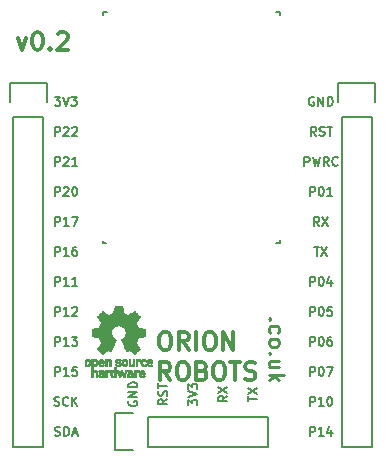
<source format=gto>
G04 #@! TF.FileFunction,Legend,Top*
%FSLAX46Y46*%
G04 Gerber Fmt 4.6, Leading zero omitted, Abs format (unit mm)*
G04 Created by KiCad (PCBNEW 4.0.5) date 01/13/17 18:23:13*
%MOMM*%
%LPD*%
G01*
G04 APERTURE LIST*
%ADD10C,0.100000*%
%ADD11C,0.250000*%
%ADD12C,0.300000*%
%ADD13C,0.127000*%
%ADD14C,0.150000*%
%ADD15C,0.010000*%
G04 APERTURE END LIST*
D10*
D11*
X162730714Y-122525953D02*
X162668810Y-122587858D01*
X162606905Y-122525953D01*
X162668810Y-122464048D01*
X162730714Y-122525953D01*
X162606905Y-122525953D01*
X162668810Y-123702144D02*
X162606905Y-123578334D01*
X162606905Y-123330715D01*
X162668810Y-123206906D01*
X162730714Y-123145001D01*
X162854524Y-123083096D01*
X163225952Y-123083096D01*
X163349762Y-123145001D01*
X163411667Y-123206906D01*
X163473571Y-123330715D01*
X163473571Y-123578334D01*
X163411667Y-123702144D01*
X162606905Y-124445001D02*
X162668810Y-124321192D01*
X162730714Y-124259287D01*
X162854524Y-124197382D01*
X163225952Y-124197382D01*
X163349762Y-124259287D01*
X163411667Y-124321192D01*
X163473571Y-124445001D01*
X163473571Y-124630715D01*
X163411667Y-124754525D01*
X163349762Y-124816430D01*
X163225952Y-124878334D01*
X162854524Y-124878334D01*
X162730714Y-124816430D01*
X162668810Y-124754525D01*
X162606905Y-124630715D01*
X162606905Y-124445001D01*
X162730714Y-125435477D02*
X162668810Y-125497382D01*
X162606905Y-125435477D01*
X162668810Y-125373572D01*
X162730714Y-125435477D01*
X162606905Y-125435477D01*
X163473571Y-126611668D02*
X162606905Y-126611668D01*
X163473571Y-126054525D02*
X162792619Y-126054525D01*
X162668810Y-126116430D01*
X162606905Y-126240239D01*
X162606905Y-126425953D01*
X162668810Y-126549763D01*
X162730714Y-126611668D01*
X162606905Y-127230715D02*
X163906905Y-127230715D01*
X163102143Y-127354524D02*
X162606905Y-127725953D01*
X163473571Y-127725953D02*
X162978333Y-127230715D01*
D12*
X153677857Y-123633571D02*
X153963571Y-123633571D01*
X154106429Y-123705000D01*
X154249286Y-123847857D01*
X154320714Y-124133571D01*
X154320714Y-124633571D01*
X154249286Y-124919286D01*
X154106429Y-125062143D01*
X153963571Y-125133571D01*
X153677857Y-125133571D01*
X153535000Y-125062143D01*
X153392143Y-124919286D01*
X153320714Y-124633571D01*
X153320714Y-124133571D01*
X153392143Y-123847857D01*
X153535000Y-123705000D01*
X153677857Y-123633571D01*
X155820715Y-125133571D02*
X155320715Y-124419286D01*
X154963572Y-125133571D02*
X154963572Y-123633571D01*
X155535000Y-123633571D01*
X155677858Y-123705000D01*
X155749286Y-123776429D01*
X155820715Y-123919286D01*
X155820715Y-124133571D01*
X155749286Y-124276429D01*
X155677858Y-124347857D01*
X155535000Y-124419286D01*
X154963572Y-124419286D01*
X156463572Y-125133571D02*
X156463572Y-123633571D01*
X157463572Y-123633571D02*
X157749286Y-123633571D01*
X157892144Y-123705000D01*
X158035001Y-123847857D01*
X158106429Y-124133571D01*
X158106429Y-124633571D01*
X158035001Y-124919286D01*
X157892144Y-125062143D01*
X157749286Y-125133571D01*
X157463572Y-125133571D01*
X157320715Y-125062143D01*
X157177858Y-124919286D01*
X157106429Y-124633571D01*
X157106429Y-124133571D01*
X157177858Y-123847857D01*
X157320715Y-123705000D01*
X157463572Y-123633571D01*
X158749287Y-125133571D02*
X158749287Y-123633571D01*
X159606430Y-125133571D01*
X159606430Y-123633571D01*
X154249286Y-127683571D02*
X153749286Y-126969286D01*
X153392143Y-127683571D02*
X153392143Y-126183571D01*
X153963571Y-126183571D01*
X154106429Y-126255000D01*
X154177857Y-126326429D01*
X154249286Y-126469286D01*
X154249286Y-126683571D01*
X154177857Y-126826429D01*
X154106429Y-126897857D01*
X153963571Y-126969286D01*
X153392143Y-126969286D01*
X155177857Y-126183571D02*
X155463571Y-126183571D01*
X155606429Y-126255000D01*
X155749286Y-126397857D01*
X155820714Y-126683571D01*
X155820714Y-127183571D01*
X155749286Y-127469286D01*
X155606429Y-127612143D01*
X155463571Y-127683571D01*
X155177857Y-127683571D01*
X155035000Y-127612143D01*
X154892143Y-127469286D01*
X154820714Y-127183571D01*
X154820714Y-126683571D01*
X154892143Y-126397857D01*
X155035000Y-126255000D01*
X155177857Y-126183571D01*
X156963572Y-126897857D02*
X157177858Y-126969286D01*
X157249286Y-127040714D01*
X157320715Y-127183571D01*
X157320715Y-127397857D01*
X157249286Y-127540714D01*
X157177858Y-127612143D01*
X157035000Y-127683571D01*
X156463572Y-127683571D01*
X156463572Y-126183571D01*
X156963572Y-126183571D01*
X157106429Y-126255000D01*
X157177858Y-126326429D01*
X157249286Y-126469286D01*
X157249286Y-126612143D01*
X157177858Y-126755000D01*
X157106429Y-126826429D01*
X156963572Y-126897857D01*
X156463572Y-126897857D01*
X158249286Y-126183571D02*
X158535000Y-126183571D01*
X158677858Y-126255000D01*
X158820715Y-126397857D01*
X158892143Y-126683571D01*
X158892143Y-127183571D01*
X158820715Y-127469286D01*
X158677858Y-127612143D01*
X158535000Y-127683571D01*
X158249286Y-127683571D01*
X158106429Y-127612143D01*
X157963572Y-127469286D01*
X157892143Y-127183571D01*
X157892143Y-126683571D01*
X157963572Y-126397857D01*
X158106429Y-126255000D01*
X158249286Y-126183571D01*
X159320715Y-126183571D02*
X160177858Y-126183571D01*
X159749287Y-127683571D02*
X159749287Y-126183571D01*
X160606429Y-127612143D02*
X160820715Y-127683571D01*
X161177858Y-127683571D01*
X161320715Y-127612143D01*
X161392144Y-127540714D01*
X161463572Y-127397857D01*
X161463572Y-127255000D01*
X161392144Y-127112143D01*
X161320715Y-127040714D01*
X161177858Y-126969286D01*
X160892144Y-126897857D01*
X160749286Y-126826429D01*
X160677858Y-126755000D01*
X160606429Y-126612143D01*
X160606429Y-126469286D01*
X160677858Y-126326429D01*
X160749286Y-126255000D01*
X160892144Y-126183571D01*
X161249286Y-126183571D01*
X161463572Y-126255000D01*
X141367144Y-98738571D02*
X141724287Y-99738571D01*
X142081429Y-98738571D01*
X142938572Y-98238571D02*
X143081429Y-98238571D01*
X143224286Y-98310000D01*
X143295715Y-98381429D01*
X143367144Y-98524286D01*
X143438572Y-98810000D01*
X143438572Y-99167143D01*
X143367144Y-99452857D01*
X143295715Y-99595714D01*
X143224286Y-99667143D01*
X143081429Y-99738571D01*
X142938572Y-99738571D01*
X142795715Y-99667143D01*
X142724286Y-99595714D01*
X142652858Y-99452857D01*
X142581429Y-99167143D01*
X142581429Y-98810000D01*
X142652858Y-98524286D01*
X142724286Y-98381429D01*
X142795715Y-98310000D01*
X142938572Y-98238571D01*
X144081429Y-99595714D02*
X144152857Y-99667143D01*
X144081429Y-99738571D01*
X144010000Y-99667143D01*
X144081429Y-99595714D01*
X144081429Y-99738571D01*
X144724286Y-98381429D02*
X144795715Y-98310000D01*
X144938572Y-98238571D01*
X145295715Y-98238571D01*
X145438572Y-98310000D01*
X145510001Y-98381429D01*
X145581429Y-98524286D01*
X145581429Y-98667143D01*
X145510001Y-98881429D01*
X144652858Y-99738571D01*
X145581429Y-99738571D01*
D13*
X150749000Y-129485572D02*
X150712714Y-129558143D01*
X150712714Y-129667000D01*
X150749000Y-129775857D01*
X150821571Y-129848429D01*
X150894143Y-129884714D01*
X151039286Y-129921000D01*
X151148143Y-129921000D01*
X151293286Y-129884714D01*
X151365857Y-129848429D01*
X151438429Y-129775857D01*
X151474714Y-129667000D01*
X151474714Y-129594429D01*
X151438429Y-129485572D01*
X151402143Y-129449286D01*
X151148143Y-129449286D01*
X151148143Y-129594429D01*
X151474714Y-129122714D02*
X150712714Y-129122714D01*
X151474714Y-128687286D01*
X150712714Y-128687286D01*
X151474714Y-128324428D02*
X150712714Y-128324428D01*
X150712714Y-128143000D01*
X150749000Y-128034143D01*
X150821571Y-127961571D01*
X150894143Y-127925286D01*
X151039286Y-127889000D01*
X151148143Y-127889000D01*
X151293286Y-127925286D01*
X151365857Y-127961571D01*
X151438429Y-128034143D01*
X151474714Y-128143000D01*
X151474714Y-128324428D01*
X154014714Y-129322285D02*
X153651857Y-129576285D01*
X154014714Y-129757713D02*
X153252714Y-129757713D01*
X153252714Y-129467428D01*
X153289000Y-129394856D01*
X153325286Y-129358571D01*
X153397857Y-129322285D01*
X153506714Y-129322285D01*
X153579286Y-129358571D01*
X153615571Y-129394856D01*
X153651857Y-129467428D01*
X153651857Y-129757713D01*
X153978429Y-129031999D02*
X154014714Y-128923142D01*
X154014714Y-128741713D01*
X153978429Y-128669142D01*
X153942143Y-128632856D01*
X153869571Y-128596571D01*
X153797000Y-128596571D01*
X153724429Y-128632856D01*
X153688143Y-128669142D01*
X153651857Y-128741713D01*
X153615571Y-128886856D01*
X153579286Y-128959428D01*
X153543000Y-128995713D01*
X153470429Y-129031999D01*
X153397857Y-129031999D01*
X153325286Y-128995713D01*
X153289000Y-128959428D01*
X153252714Y-128886856D01*
X153252714Y-128705428D01*
X153289000Y-128596571D01*
X153252714Y-128378857D02*
X153252714Y-127943428D01*
X154014714Y-128161142D02*
X153252714Y-128161142D01*
X159094714Y-129032000D02*
X158731857Y-129286000D01*
X159094714Y-129467428D02*
X158332714Y-129467428D01*
X158332714Y-129177143D01*
X158369000Y-129104571D01*
X158405286Y-129068286D01*
X158477857Y-129032000D01*
X158586714Y-129032000D01*
X158659286Y-129068286D01*
X158695571Y-129104571D01*
X158731857Y-129177143D01*
X158731857Y-129467428D01*
X158332714Y-128778000D02*
X159094714Y-128270000D01*
X158332714Y-128270000D02*
X159094714Y-128778000D01*
X155792714Y-129848428D02*
X155792714Y-129376714D01*
X156083000Y-129630714D01*
X156083000Y-129521856D01*
X156119286Y-129449285D01*
X156155571Y-129412999D01*
X156228143Y-129376714D01*
X156409571Y-129376714D01*
X156482143Y-129412999D01*
X156518429Y-129449285D01*
X156554714Y-129521856D01*
X156554714Y-129739571D01*
X156518429Y-129812142D01*
X156482143Y-129848428D01*
X155792714Y-129159000D02*
X156554714Y-128905000D01*
X155792714Y-128651000D01*
X155792714Y-128469571D02*
X155792714Y-127997857D01*
X156083000Y-128251857D01*
X156083000Y-128142999D01*
X156119286Y-128070428D01*
X156155571Y-128034142D01*
X156228143Y-127997857D01*
X156409571Y-127997857D01*
X156482143Y-128034142D01*
X156518429Y-128070428D01*
X156554714Y-128142999D01*
X156554714Y-128360714D01*
X156518429Y-128433285D01*
X156482143Y-128469571D01*
X160872714Y-129485571D02*
X160872714Y-129050142D01*
X161634714Y-129267856D02*
X160872714Y-129267856D01*
X160872714Y-128868714D02*
X161634714Y-128360714D01*
X160872714Y-128360714D02*
X161634714Y-128868714D01*
X144489715Y-124804714D02*
X144489715Y-124042714D01*
X144780000Y-124042714D01*
X144852572Y-124079000D01*
X144888857Y-124115286D01*
X144925143Y-124187857D01*
X144925143Y-124296714D01*
X144888857Y-124369286D01*
X144852572Y-124405571D01*
X144780000Y-124441857D01*
X144489715Y-124441857D01*
X145650857Y-124804714D02*
X145215429Y-124804714D01*
X145433143Y-124804714D02*
X145433143Y-124042714D01*
X145360572Y-124151571D01*
X145288000Y-124224143D01*
X145215429Y-124260429D01*
X145904857Y-124042714D02*
X146376571Y-124042714D01*
X146122571Y-124333000D01*
X146231429Y-124333000D01*
X146304000Y-124369286D01*
X146340286Y-124405571D01*
X146376571Y-124478143D01*
X146376571Y-124659571D01*
X146340286Y-124732143D01*
X146304000Y-124768429D01*
X146231429Y-124804714D01*
X146013714Y-124804714D01*
X145941143Y-124768429D01*
X145904857Y-124732143D01*
X144435286Y-129848429D02*
X144544143Y-129884714D01*
X144725572Y-129884714D01*
X144798143Y-129848429D01*
X144834429Y-129812143D01*
X144870714Y-129739571D01*
X144870714Y-129667000D01*
X144834429Y-129594429D01*
X144798143Y-129558143D01*
X144725572Y-129521857D01*
X144580429Y-129485571D01*
X144507857Y-129449286D01*
X144471572Y-129413000D01*
X144435286Y-129340429D01*
X144435286Y-129267857D01*
X144471572Y-129195286D01*
X144507857Y-129159000D01*
X144580429Y-129122714D01*
X144761857Y-129122714D01*
X144870714Y-129159000D01*
X145632714Y-129812143D02*
X145596428Y-129848429D01*
X145487571Y-129884714D01*
X145415000Y-129884714D01*
X145306143Y-129848429D01*
X145233571Y-129775857D01*
X145197286Y-129703286D01*
X145161000Y-129558143D01*
X145161000Y-129449286D01*
X145197286Y-129304143D01*
X145233571Y-129231571D01*
X145306143Y-129159000D01*
X145415000Y-129122714D01*
X145487571Y-129122714D01*
X145596428Y-129159000D01*
X145632714Y-129195286D01*
X145959286Y-129884714D02*
X145959286Y-129122714D01*
X146394714Y-129884714D02*
X146068143Y-129449286D01*
X146394714Y-129122714D02*
X145959286Y-129558143D01*
X144489715Y-127344714D02*
X144489715Y-126582714D01*
X144780000Y-126582714D01*
X144852572Y-126619000D01*
X144888857Y-126655286D01*
X144925143Y-126727857D01*
X144925143Y-126836714D01*
X144888857Y-126909286D01*
X144852572Y-126945571D01*
X144780000Y-126981857D01*
X144489715Y-126981857D01*
X145650857Y-127344714D02*
X145215429Y-127344714D01*
X145433143Y-127344714D02*
X145433143Y-126582714D01*
X145360572Y-126691571D01*
X145288000Y-126764143D01*
X145215429Y-126800429D01*
X146340286Y-126582714D02*
X145977429Y-126582714D01*
X145941143Y-126945571D01*
X145977429Y-126909286D01*
X146050000Y-126873000D01*
X146231429Y-126873000D01*
X146304000Y-126909286D01*
X146340286Y-126945571D01*
X146376571Y-127018143D01*
X146376571Y-127199571D01*
X146340286Y-127272143D01*
X146304000Y-127308429D01*
X146231429Y-127344714D01*
X146050000Y-127344714D01*
X145977429Y-127308429D01*
X145941143Y-127272143D01*
X144489715Y-132388429D02*
X144598572Y-132424714D01*
X144780001Y-132424714D01*
X144852572Y-132388429D01*
X144888858Y-132352143D01*
X144925143Y-132279571D01*
X144925143Y-132207000D01*
X144888858Y-132134429D01*
X144852572Y-132098143D01*
X144780001Y-132061857D01*
X144634858Y-132025571D01*
X144562286Y-131989286D01*
X144526001Y-131953000D01*
X144489715Y-131880429D01*
X144489715Y-131807857D01*
X144526001Y-131735286D01*
X144562286Y-131699000D01*
X144634858Y-131662714D01*
X144816286Y-131662714D01*
X144925143Y-131699000D01*
X145251715Y-132424714D02*
X145251715Y-131662714D01*
X145433143Y-131662714D01*
X145542000Y-131699000D01*
X145614572Y-131771571D01*
X145650857Y-131844143D01*
X145687143Y-131989286D01*
X145687143Y-132098143D01*
X145650857Y-132243286D01*
X145614572Y-132315857D01*
X145542000Y-132388429D01*
X145433143Y-132424714D01*
X145251715Y-132424714D01*
X145977429Y-132207000D02*
X146340286Y-132207000D01*
X145904857Y-132424714D02*
X146158857Y-131662714D01*
X146412857Y-132424714D01*
X144489715Y-114644714D02*
X144489715Y-113882714D01*
X144780000Y-113882714D01*
X144852572Y-113919000D01*
X144888857Y-113955286D01*
X144925143Y-114027857D01*
X144925143Y-114136714D01*
X144888857Y-114209286D01*
X144852572Y-114245571D01*
X144780000Y-114281857D01*
X144489715Y-114281857D01*
X145650857Y-114644714D02*
X145215429Y-114644714D01*
X145433143Y-114644714D02*
X145433143Y-113882714D01*
X145360572Y-113991571D01*
X145288000Y-114064143D01*
X145215429Y-114100429D01*
X145904857Y-113882714D02*
X146412857Y-113882714D01*
X146086286Y-114644714D01*
X144489715Y-119724714D02*
X144489715Y-118962714D01*
X144780000Y-118962714D01*
X144852572Y-118999000D01*
X144888857Y-119035286D01*
X144925143Y-119107857D01*
X144925143Y-119216714D01*
X144888857Y-119289286D01*
X144852572Y-119325571D01*
X144780000Y-119361857D01*
X144489715Y-119361857D01*
X145650857Y-119724714D02*
X145215429Y-119724714D01*
X145433143Y-119724714D02*
X145433143Y-118962714D01*
X145360572Y-119071571D01*
X145288000Y-119144143D01*
X145215429Y-119180429D01*
X146376571Y-119724714D02*
X145941143Y-119724714D01*
X146158857Y-119724714D02*
X146158857Y-118962714D01*
X146086286Y-119071571D01*
X146013714Y-119144143D01*
X145941143Y-119180429D01*
X144489715Y-122264714D02*
X144489715Y-121502714D01*
X144780000Y-121502714D01*
X144852572Y-121539000D01*
X144888857Y-121575286D01*
X144925143Y-121647857D01*
X144925143Y-121756714D01*
X144888857Y-121829286D01*
X144852572Y-121865571D01*
X144780000Y-121901857D01*
X144489715Y-121901857D01*
X145650857Y-122264714D02*
X145215429Y-122264714D01*
X145433143Y-122264714D02*
X145433143Y-121502714D01*
X145360572Y-121611571D01*
X145288000Y-121684143D01*
X145215429Y-121720429D01*
X145941143Y-121575286D02*
X145977429Y-121539000D01*
X146050000Y-121502714D01*
X146231429Y-121502714D01*
X146304000Y-121539000D01*
X146340286Y-121575286D01*
X146376571Y-121647857D01*
X146376571Y-121720429D01*
X146340286Y-121829286D01*
X145904857Y-122264714D01*
X146376571Y-122264714D01*
X144489715Y-117184714D02*
X144489715Y-116422714D01*
X144780000Y-116422714D01*
X144852572Y-116459000D01*
X144888857Y-116495286D01*
X144925143Y-116567857D01*
X144925143Y-116676714D01*
X144888857Y-116749286D01*
X144852572Y-116785571D01*
X144780000Y-116821857D01*
X144489715Y-116821857D01*
X145650857Y-117184714D02*
X145215429Y-117184714D01*
X145433143Y-117184714D02*
X145433143Y-116422714D01*
X145360572Y-116531571D01*
X145288000Y-116604143D01*
X145215429Y-116640429D01*
X146304000Y-116422714D02*
X146158857Y-116422714D01*
X146086286Y-116459000D01*
X146050000Y-116495286D01*
X145977429Y-116604143D01*
X145941143Y-116749286D01*
X145941143Y-117039571D01*
X145977429Y-117112143D01*
X146013714Y-117148429D01*
X146086286Y-117184714D01*
X146231429Y-117184714D01*
X146304000Y-117148429D01*
X146340286Y-117112143D01*
X146376571Y-117039571D01*
X146376571Y-116858143D01*
X146340286Y-116785571D01*
X146304000Y-116749286D01*
X146231429Y-116713000D01*
X146086286Y-116713000D01*
X146013714Y-116749286D01*
X145977429Y-116785571D01*
X145941143Y-116858143D01*
X144471572Y-103722714D02*
X144943286Y-103722714D01*
X144689286Y-104013000D01*
X144798144Y-104013000D01*
X144870715Y-104049286D01*
X144907001Y-104085571D01*
X144943286Y-104158143D01*
X144943286Y-104339571D01*
X144907001Y-104412143D01*
X144870715Y-104448429D01*
X144798144Y-104484714D01*
X144580429Y-104484714D01*
X144507858Y-104448429D01*
X144471572Y-104412143D01*
X145161000Y-103722714D02*
X145415000Y-104484714D01*
X145669000Y-103722714D01*
X145850429Y-103722714D02*
X146322143Y-103722714D01*
X146068143Y-104013000D01*
X146177001Y-104013000D01*
X146249572Y-104049286D01*
X146285858Y-104085571D01*
X146322143Y-104158143D01*
X146322143Y-104339571D01*
X146285858Y-104412143D01*
X146249572Y-104448429D01*
X146177001Y-104484714D01*
X145959286Y-104484714D01*
X145886715Y-104448429D01*
X145850429Y-104412143D01*
X144489715Y-109564714D02*
X144489715Y-108802714D01*
X144780000Y-108802714D01*
X144852572Y-108839000D01*
X144888857Y-108875286D01*
X144925143Y-108947857D01*
X144925143Y-109056714D01*
X144888857Y-109129286D01*
X144852572Y-109165571D01*
X144780000Y-109201857D01*
X144489715Y-109201857D01*
X145215429Y-108875286D02*
X145251715Y-108839000D01*
X145324286Y-108802714D01*
X145505715Y-108802714D01*
X145578286Y-108839000D01*
X145614572Y-108875286D01*
X145650857Y-108947857D01*
X145650857Y-109020429D01*
X145614572Y-109129286D01*
X145179143Y-109564714D01*
X145650857Y-109564714D01*
X146376571Y-109564714D02*
X145941143Y-109564714D01*
X146158857Y-109564714D02*
X146158857Y-108802714D01*
X146086286Y-108911571D01*
X146013714Y-108984143D01*
X145941143Y-109020429D01*
X144489715Y-112104714D02*
X144489715Y-111342714D01*
X144780000Y-111342714D01*
X144852572Y-111379000D01*
X144888857Y-111415286D01*
X144925143Y-111487857D01*
X144925143Y-111596714D01*
X144888857Y-111669286D01*
X144852572Y-111705571D01*
X144780000Y-111741857D01*
X144489715Y-111741857D01*
X145215429Y-111415286D02*
X145251715Y-111379000D01*
X145324286Y-111342714D01*
X145505715Y-111342714D01*
X145578286Y-111379000D01*
X145614572Y-111415286D01*
X145650857Y-111487857D01*
X145650857Y-111560429D01*
X145614572Y-111669286D01*
X145179143Y-112104714D01*
X145650857Y-112104714D01*
X146122571Y-111342714D02*
X146195143Y-111342714D01*
X146267714Y-111379000D01*
X146304000Y-111415286D01*
X146340286Y-111487857D01*
X146376571Y-111633000D01*
X146376571Y-111814429D01*
X146340286Y-111959571D01*
X146304000Y-112032143D01*
X146267714Y-112068429D01*
X146195143Y-112104714D01*
X146122571Y-112104714D01*
X146050000Y-112068429D01*
X146013714Y-112032143D01*
X145977429Y-111959571D01*
X145941143Y-111814429D01*
X145941143Y-111633000D01*
X145977429Y-111487857D01*
X146013714Y-111415286D01*
X146050000Y-111379000D01*
X146122571Y-111342714D01*
X144489715Y-107024714D02*
X144489715Y-106262714D01*
X144780000Y-106262714D01*
X144852572Y-106299000D01*
X144888857Y-106335286D01*
X144925143Y-106407857D01*
X144925143Y-106516714D01*
X144888857Y-106589286D01*
X144852572Y-106625571D01*
X144780000Y-106661857D01*
X144489715Y-106661857D01*
X145215429Y-106335286D02*
X145251715Y-106299000D01*
X145324286Y-106262714D01*
X145505715Y-106262714D01*
X145578286Y-106299000D01*
X145614572Y-106335286D01*
X145650857Y-106407857D01*
X145650857Y-106480429D01*
X145614572Y-106589286D01*
X145179143Y-107024714D01*
X145650857Y-107024714D01*
X145941143Y-106335286D02*
X145977429Y-106299000D01*
X146050000Y-106262714D01*
X146231429Y-106262714D01*
X146304000Y-106299000D01*
X146340286Y-106335286D01*
X146376571Y-106407857D01*
X146376571Y-106480429D01*
X146340286Y-106589286D01*
X145904857Y-107024714D01*
X146376571Y-107024714D01*
X166079715Y-124804714D02*
X166079715Y-124042714D01*
X166370000Y-124042714D01*
X166442572Y-124079000D01*
X166478857Y-124115286D01*
X166515143Y-124187857D01*
X166515143Y-124296714D01*
X166478857Y-124369286D01*
X166442572Y-124405571D01*
X166370000Y-124441857D01*
X166079715Y-124441857D01*
X166986857Y-124042714D02*
X167059429Y-124042714D01*
X167132000Y-124079000D01*
X167168286Y-124115286D01*
X167204572Y-124187857D01*
X167240857Y-124333000D01*
X167240857Y-124514429D01*
X167204572Y-124659571D01*
X167168286Y-124732143D01*
X167132000Y-124768429D01*
X167059429Y-124804714D01*
X166986857Y-124804714D01*
X166914286Y-124768429D01*
X166878000Y-124732143D01*
X166841715Y-124659571D01*
X166805429Y-124514429D01*
X166805429Y-124333000D01*
X166841715Y-124187857D01*
X166878000Y-124115286D01*
X166914286Y-124079000D01*
X166986857Y-124042714D01*
X167894000Y-124042714D02*
X167748857Y-124042714D01*
X167676286Y-124079000D01*
X167640000Y-124115286D01*
X167567429Y-124224143D01*
X167531143Y-124369286D01*
X167531143Y-124659571D01*
X167567429Y-124732143D01*
X167603714Y-124768429D01*
X167676286Y-124804714D01*
X167821429Y-124804714D01*
X167894000Y-124768429D01*
X167930286Y-124732143D01*
X167966571Y-124659571D01*
X167966571Y-124478143D01*
X167930286Y-124405571D01*
X167894000Y-124369286D01*
X167821429Y-124333000D01*
X167676286Y-124333000D01*
X167603714Y-124369286D01*
X167567429Y-124405571D01*
X167531143Y-124478143D01*
X166079715Y-129884714D02*
X166079715Y-129122714D01*
X166370000Y-129122714D01*
X166442572Y-129159000D01*
X166478857Y-129195286D01*
X166515143Y-129267857D01*
X166515143Y-129376714D01*
X166478857Y-129449286D01*
X166442572Y-129485571D01*
X166370000Y-129521857D01*
X166079715Y-129521857D01*
X167240857Y-129884714D02*
X166805429Y-129884714D01*
X167023143Y-129884714D02*
X167023143Y-129122714D01*
X166950572Y-129231571D01*
X166878000Y-129304143D01*
X166805429Y-129340429D01*
X167712571Y-129122714D02*
X167785143Y-129122714D01*
X167857714Y-129159000D01*
X167894000Y-129195286D01*
X167930286Y-129267857D01*
X167966571Y-129413000D01*
X167966571Y-129594429D01*
X167930286Y-129739571D01*
X167894000Y-129812143D01*
X167857714Y-129848429D01*
X167785143Y-129884714D01*
X167712571Y-129884714D01*
X167640000Y-129848429D01*
X167603714Y-129812143D01*
X167567429Y-129739571D01*
X167531143Y-129594429D01*
X167531143Y-129413000D01*
X167567429Y-129267857D01*
X167603714Y-129195286D01*
X167640000Y-129159000D01*
X167712571Y-129122714D01*
X166079715Y-132424714D02*
X166079715Y-131662714D01*
X166370000Y-131662714D01*
X166442572Y-131699000D01*
X166478857Y-131735286D01*
X166515143Y-131807857D01*
X166515143Y-131916714D01*
X166478857Y-131989286D01*
X166442572Y-132025571D01*
X166370000Y-132061857D01*
X166079715Y-132061857D01*
X167240857Y-132424714D02*
X166805429Y-132424714D01*
X167023143Y-132424714D02*
X167023143Y-131662714D01*
X166950572Y-131771571D01*
X166878000Y-131844143D01*
X166805429Y-131880429D01*
X167894000Y-131916714D02*
X167894000Y-132424714D01*
X167712571Y-131626429D02*
X167531143Y-132170714D01*
X168002857Y-132170714D01*
X166079715Y-127344714D02*
X166079715Y-126582714D01*
X166370000Y-126582714D01*
X166442572Y-126619000D01*
X166478857Y-126655286D01*
X166515143Y-126727857D01*
X166515143Y-126836714D01*
X166478857Y-126909286D01*
X166442572Y-126945571D01*
X166370000Y-126981857D01*
X166079715Y-126981857D01*
X166986857Y-126582714D02*
X167059429Y-126582714D01*
X167132000Y-126619000D01*
X167168286Y-126655286D01*
X167204572Y-126727857D01*
X167240857Y-126873000D01*
X167240857Y-127054429D01*
X167204572Y-127199571D01*
X167168286Y-127272143D01*
X167132000Y-127308429D01*
X167059429Y-127344714D01*
X166986857Y-127344714D01*
X166914286Y-127308429D01*
X166878000Y-127272143D01*
X166841715Y-127199571D01*
X166805429Y-127054429D01*
X166805429Y-126873000D01*
X166841715Y-126727857D01*
X166878000Y-126655286D01*
X166914286Y-126619000D01*
X166986857Y-126582714D01*
X167494857Y-126582714D02*
X168002857Y-126582714D01*
X167676286Y-127344714D01*
X166878000Y-114644714D02*
X166624000Y-114281857D01*
X166442572Y-114644714D02*
X166442572Y-113882714D01*
X166732857Y-113882714D01*
X166805429Y-113919000D01*
X166841714Y-113955286D01*
X166878000Y-114027857D01*
X166878000Y-114136714D01*
X166841714Y-114209286D01*
X166805429Y-114245571D01*
X166732857Y-114281857D01*
X166442572Y-114281857D01*
X167132000Y-113882714D02*
X167640000Y-114644714D01*
X167640000Y-113882714D02*
X167132000Y-114644714D01*
X166079715Y-119724714D02*
X166079715Y-118962714D01*
X166370000Y-118962714D01*
X166442572Y-118999000D01*
X166478857Y-119035286D01*
X166515143Y-119107857D01*
X166515143Y-119216714D01*
X166478857Y-119289286D01*
X166442572Y-119325571D01*
X166370000Y-119361857D01*
X166079715Y-119361857D01*
X166986857Y-118962714D02*
X167059429Y-118962714D01*
X167132000Y-118999000D01*
X167168286Y-119035286D01*
X167204572Y-119107857D01*
X167240857Y-119253000D01*
X167240857Y-119434429D01*
X167204572Y-119579571D01*
X167168286Y-119652143D01*
X167132000Y-119688429D01*
X167059429Y-119724714D01*
X166986857Y-119724714D01*
X166914286Y-119688429D01*
X166878000Y-119652143D01*
X166841715Y-119579571D01*
X166805429Y-119434429D01*
X166805429Y-119253000D01*
X166841715Y-119107857D01*
X166878000Y-119035286D01*
X166914286Y-118999000D01*
X166986857Y-118962714D01*
X167894000Y-119216714D02*
X167894000Y-119724714D01*
X167712571Y-118926429D02*
X167531143Y-119470714D01*
X168002857Y-119470714D01*
X166079715Y-122264714D02*
X166079715Y-121502714D01*
X166370000Y-121502714D01*
X166442572Y-121539000D01*
X166478857Y-121575286D01*
X166515143Y-121647857D01*
X166515143Y-121756714D01*
X166478857Y-121829286D01*
X166442572Y-121865571D01*
X166370000Y-121901857D01*
X166079715Y-121901857D01*
X166986857Y-121502714D02*
X167059429Y-121502714D01*
X167132000Y-121539000D01*
X167168286Y-121575286D01*
X167204572Y-121647857D01*
X167240857Y-121793000D01*
X167240857Y-121974429D01*
X167204572Y-122119571D01*
X167168286Y-122192143D01*
X167132000Y-122228429D01*
X167059429Y-122264714D01*
X166986857Y-122264714D01*
X166914286Y-122228429D01*
X166878000Y-122192143D01*
X166841715Y-122119571D01*
X166805429Y-121974429D01*
X166805429Y-121793000D01*
X166841715Y-121647857D01*
X166878000Y-121575286D01*
X166914286Y-121539000D01*
X166986857Y-121502714D01*
X167930286Y-121502714D02*
X167567429Y-121502714D01*
X167531143Y-121865571D01*
X167567429Y-121829286D01*
X167640000Y-121793000D01*
X167821429Y-121793000D01*
X167894000Y-121829286D01*
X167930286Y-121865571D01*
X167966571Y-121938143D01*
X167966571Y-122119571D01*
X167930286Y-122192143D01*
X167894000Y-122228429D01*
X167821429Y-122264714D01*
X167640000Y-122264714D01*
X167567429Y-122228429D01*
X167531143Y-122192143D01*
X166424429Y-116422714D02*
X166859858Y-116422714D01*
X166642144Y-117184714D02*
X166642144Y-116422714D01*
X167041286Y-116422714D02*
X167549286Y-117184714D01*
X167549286Y-116422714D02*
X167041286Y-117184714D01*
X165608001Y-109564714D02*
X165608001Y-108802714D01*
X165898286Y-108802714D01*
X165970858Y-108839000D01*
X166007143Y-108875286D01*
X166043429Y-108947857D01*
X166043429Y-109056714D01*
X166007143Y-109129286D01*
X165970858Y-109165571D01*
X165898286Y-109201857D01*
X165608001Y-109201857D01*
X166297429Y-108802714D02*
X166478858Y-109564714D01*
X166624001Y-109020429D01*
X166769143Y-109564714D01*
X166950572Y-108802714D01*
X167676286Y-109564714D02*
X167422286Y-109201857D01*
X167240858Y-109564714D02*
X167240858Y-108802714D01*
X167531143Y-108802714D01*
X167603715Y-108839000D01*
X167640000Y-108875286D01*
X167676286Y-108947857D01*
X167676286Y-109056714D01*
X167640000Y-109129286D01*
X167603715Y-109165571D01*
X167531143Y-109201857D01*
X167240858Y-109201857D01*
X168438286Y-109492143D02*
X168402000Y-109528429D01*
X168293143Y-109564714D01*
X168220572Y-109564714D01*
X168111715Y-109528429D01*
X168039143Y-109455857D01*
X168002858Y-109383286D01*
X167966572Y-109238143D01*
X167966572Y-109129286D01*
X168002858Y-108984143D01*
X168039143Y-108911571D01*
X168111715Y-108839000D01*
X168220572Y-108802714D01*
X168293143Y-108802714D01*
X168402000Y-108839000D01*
X168438286Y-108875286D01*
X166079715Y-112104714D02*
X166079715Y-111342714D01*
X166370000Y-111342714D01*
X166442572Y-111379000D01*
X166478857Y-111415286D01*
X166515143Y-111487857D01*
X166515143Y-111596714D01*
X166478857Y-111669286D01*
X166442572Y-111705571D01*
X166370000Y-111741857D01*
X166079715Y-111741857D01*
X166986857Y-111342714D02*
X167059429Y-111342714D01*
X167132000Y-111379000D01*
X167168286Y-111415286D01*
X167204572Y-111487857D01*
X167240857Y-111633000D01*
X167240857Y-111814429D01*
X167204572Y-111959571D01*
X167168286Y-112032143D01*
X167132000Y-112068429D01*
X167059429Y-112104714D01*
X166986857Y-112104714D01*
X166914286Y-112068429D01*
X166878000Y-112032143D01*
X166841715Y-111959571D01*
X166805429Y-111814429D01*
X166805429Y-111633000D01*
X166841715Y-111487857D01*
X166878000Y-111415286D01*
X166914286Y-111379000D01*
X166986857Y-111342714D01*
X167966571Y-112104714D02*
X167531143Y-112104714D01*
X167748857Y-112104714D02*
X167748857Y-111342714D01*
X167676286Y-111451571D01*
X167603714Y-111524143D01*
X167531143Y-111560429D01*
X166587715Y-107024714D02*
X166333715Y-106661857D01*
X166152287Y-107024714D02*
X166152287Y-106262714D01*
X166442572Y-106262714D01*
X166515144Y-106299000D01*
X166551429Y-106335286D01*
X166587715Y-106407857D01*
X166587715Y-106516714D01*
X166551429Y-106589286D01*
X166515144Y-106625571D01*
X166442572Y-106661857D01*
X166152287Y-106661857D01*
X166878001Y-106988429D02*
X166986858Y-107024714D01*
X167168287Y-107024714D01*
X167240858Y-106988429D01*
X167277144Y-106952143D01*
X167313429Y-106879571D01*
X167313429Y-106807000D01*
X167277144Y-106734429D01*
X167240858Y-106698143D01*
X167168287Y-106661857D01*
X167023144Y-106625571D01*
X166950572Y-106589286D01*
X166914287Y-106553000D01*
X166878001Y-106480429D01*
X166878001Y-106407857D01*
X166914287Y-106335286D01*
X166950572Y-106299000D01*
X167023144Y-106262714D01*
X167204572Y-106262714D01*
X167313429Y-106299000D01*
X167531143Y-106262714D02*
X167966572Y-106262714D01*
X167748858Y-107024714D02*
X167748858Y-106262714D01*
X166424428Y-103759000D02*
X166351857Y-103722714D01*
X166243000Y-103722714D01*
X166134143Y-103759000D01*
X166061571Y-103831571D01*
X166025286Y-103904143D01*
X165989000Y-104049286D01*
X165989000Y-104158143D01*
X166025286Y-104303286D01*
X166061571Y-104375857D01*
X166134143Y-104448429D01*
X166243000Y-104484714D01*
X166315571Y-104484714D01*
X166424428Y-104448429D01*
X166460714Y-104412143D01*
X166460714Y-104158143D01*
X166315571Y-104158143D01*
X166787286Y-104484714D02*
X166787286Y-103722714D01*
X167222714Y-104484714D01*
X167222714Y-103722714D01*
X167585572Y-104484714D02*
X167585572Y-103722714D01*
X167767000Y-103722714D01*
X167875857Y-103759000D01*
X167948429Y-103831571D01*
X167984714Y-103904143D01*
X168021000Y-104049286D01*
X168021000Y-104158143D01*
X167984714Y-104303286D01*
X167948429Y-104375857D01*
X167875857Y-104448429D01*
X167767000Y-104484714D01*
X167585572Y-104484714D01*
D14*
X140970000Y-105410000D02*
X140970000Y-133350000D01*
X140970000Y-133350000D02*
X143510000Y-133350000D01*
X143510000Y-133350000D02*
X143510000Y-105410000D01*
X140690000Y-102590000D02*
X140690000Y-104140000D01*
X140970000Y-105410000D02*
X143510000Y-105410000D01*
X143790000Y-104140000D02*
X143790000Y-102590000D01*
X143790000Y-102590000D02*
X140690000Y-102590000D01*
X163530000Y-115820000D02*
X163530000Y-116120000D01*
X163530000Y-116120000D02*
X163230000Y-116120000D01*
X163530000Y-96520000D02*
X163230000Y-96520000D01*
X163530000Y-96520000D02*
X163530000Y-96820000D01*
X148590000Y-116120000D02*
X148590000Y-115920000D01*
X148590000Y-116120000D02*
X148790000Y-116120000D01*
X148890000Y-96520000D02*
X148590000Y-96520000D01*
X148590000Y-96520000D02*
X148590000Y-96820000D01*
X152400000Y-133350000D02*
X162560000Y-133350000D01*
X162560000Y-133350000D02*
X162560000Y-130810000D01*
X162560000Y-130810000D02*
X152400000Y-130810000D01*
X149580000Y-133630000D02*
X151130000Y-133630000D01*
X152400000Y-133350000D02*
X152400000Y-130810000D01*
X151130000Y-130530000D02*
X149580000Y-130530000D01*
X149580000Y-130530000D02*
X149580000Y-133630000D01*
X168757600Y-105410000D02*
X168757600Y-133350000D01*
X168757600Y-133350000D02*
X171297600Y-133350000D01*
X171297600Y-133350000D02*
X171297600Y-105410000D01*
X168477600Y-102590000D02*
X168477600Y-104140000D01*
X168757600Y-105410000D02*
X171297600Y-105410000D01*
X171577600Y-104140000D02*
X171577600Y-102590000D01*
X171577600Y-102590000D02*
X168477600Y-102590000D01*
D15*
G36*
X147951241Y-125929184D02*
X147977753Y-125942282D01*
X148010447Y-125965106D01*
X148034275Y-125989996D01*
X148050594Y-126021249D01*
X148060760Y-126063166D01*
X148066128Y-126120044D01*
X148068056Y-126196184D01*
X148068169Y-126228917D01*
X148067839Y-126300656D01*
X148066473Y-126351927D01*
X148063500Y-126387404D01*
X148058351Y-126411763D01*
X148050457Y-126429680D01*
X148042243Y-126441902D01*
X147989813Y-126493905D01*
X147928070Y-126525184D01*
X147861464Y-126534592D01*
X147794442Y-126520980D01*
X147773208Y-126511354D01*
X147722376Y-126484859D01*
X147722376Y-126900052D01*
X147759475Y-126880868D01*
X147808357Y-126866025D01*
X147868439Y-126862222D01*
X147928436Y-126869243D01*
X147973744Y-126885013D01*
X148011325Y-126915047D01*
X148043436Y-126958024D01*
X148045850Y-126962436D01*
X148056033Y-126983221D01*
X148063470Y-127004170D01*
X148068589Y-127029548D01*
X148071819Y-127063618D01*
X148073587Y-127110641D01*
X148074323Y-127174882D01*
X148074456Y-127247176D01*
X148074456Y-127477822D01*
X147936139Y-127477822D01*
X147936139Y-127052533D01*
X147897451Y-127019979D01*
X147857262Y-126993940D01*
X147819203Y-126989205D01*
X147780934Y-127001389D01*
X147760538Y-127013320D01*
X147745358Y-127030313D01*
X147734562Y-127055995D01*
X147727317Y-127093991D01*
X147722792Y-127147926D01*
X147720156Y-127221425D01*
X147719228Y-127270347D01*
X147716089Y-127471535D01*
X147650074Y-127475336D01*
X147584060Y-127479136D01*
X147584060Y-126230650D01*
X147722376Y-126230650D01*
X147725903Y-126300254D01*
X147737785Y-126348569D01*
X147759980Y-126378631D01*
X147794441Y-126393471D01*
X147829258Y-126396436D01*
X147868671Y-126393028D01*
X147894829Y-126379617D01*
X147911186Y-126361896D01*
X147924063Y-126342835D01*
X147931728Y-126321601D01*
X147935139Y-126291849D01*
X147935251Y-126247236D01*
X147934103Y-126209880D01*
X147931468Y-126153604D01*
X147927544Y-126116658D01*
X147920937Y-126093223D01*
X147910251Y-126077480D01*
X147900167Y-126068380D01*
X147858030Y-126048537D01*
X147808160Y-126045332D01*
X147779524Y-126052168D01*
X147751172Y-126076464D01*
X147732391Y-126123728D01*
X147723288Y-126193624D01*
X147722376Y-126230650D01*
X147584060Y-126230650D01*
X147584060Y-125918614D01*
X147653218Y-125918614D01*
X147694740Y-125920256D01*
X147716162Y-125926087D01*
X147722374Y-125937461D01*
X147722376Y-125937798D01*
X147725258Y-125948938D01*
X147737970Y-125947673D01*
X147763243Y-125935433D01*
X147822131Y-125916707D01*
X147888385Y-125914739D01*
X147951241Y-125929184D01*
X147951241Y-125929184D01*
G37*
X147951241Y-125929184D02*
X147977753Y-125942282D01*
X148010447Y-125965106D01*
X148034275Y-125989996D01*
X148050594Y-126021249D01*
X148060760Y-126063166D01*
X148066128Y-126120044D01*
X148068056Y-126196184D01*
X148068169Y-126228917D01*
X148067839Y-126300656D01*
X148066473Y-126351927D01*
X148063500Y-126387404D01*
X148058351Y-126411763D01*
X148050457Y-126429680D01*
X148042243Y-126441902D01*
X147989813Y-126493905D01*
X147928070Y-126525184D01*
X147861464Y-126534592D01*
X147794442Y-126520980D01*
X147773208Y-126511354D01*
X147722376Y-126484859D01*
X147722376Y-126900052D01*
X147759475Y-126880868D01*
X147808357Y-126866025D01*
X147868439Y-126862222D01*
X147928436Y-126869243D01*
X147973744Y-126885013D01*
X148011325Y-126915047D01*
X148043436Y-126958024D01*
X148045850Y-126962436D01*
X148056033Y-126983221D01*
X148063470Y-127004170D01*
X148068589Y-127029548D01*
X148071819Y-127063618D01*
X148073587Y-127110641D01*
X148074323Y-127174882D01*
X148074456Y-127247176D01*
X148074456Y-127477822D01*
X147936139Y-127477822D01*
X147936139Y-127052533D01*
X147897451Y-127019979D01*
X147857262Y-126993940D01*
X147819203Y-126989205D01*
X147780934Y-127001389D01*
X147760538Y-127013320D01*
X147745358Y-127030313D01*
X147734562Y-127055995D01*
X147727317Y-127093991D01*
X147722792Y-127147926D01*
X147720156Y-127221425D01*
X147719228Y-127270347D01*
X147716089Y-127471535D01*
X147650074Y-127475336D01*
X147584060Y-127479136D01*
X147584060Y-126230650D01*
X147722376Y-126230650D01*
X147725903Y-126300254D01*
X147737785Y-126348569D01*
X147759980Y-126378631D01*
X147794441Y-126393471D01*
X147829258Y-126396436D01*
X147868671Y-126393028D01*
X147894829Y-126379617D01*
X147911186Y-126361896D01*
X147924063Y-126342835D01*
X147931728Y-126321601D01*
X147935139Y-126291849D01*
X147935251Y-126247236D01*
X147934103Y-126209880D01*
X147931468Y-126153604D01*
X147927544Y-126116658D01*
X147920937Y-126093223D01*
X147910251Y-126077480D01*
X147900167Y-126068380D01*
X147858030Y-126048537D01*
X147808160Y-126045332D01*
X147779524Y-126052168D01*
X147751172Y-126076464D01*
X147732391Y-126123728D01*
X147723288Y-126193624D01*
X147722376Y-126230650D01*
X147584060Y-126230650D01*
X147584060Y-125918614D01*
X147653218Y-125918614D01*
X147694740Y-125920256D01*
X147716162Y-125926087D01*
X147722374Y-125937461D01*
X147722376Y-125937798D01*
X147725258Y-125948938D01*
X147737970Y-125947673D01*
X147763243Y-125935433D01*
X147822131Y-125916707D01*
X147888385Y-125914739D01*
X147951241Y-125929184D01*
G36*
X148475790Y-126866555D02*
X148534945Y-126882339D01*
X148579977Y-126910948D01*
X148611754Y-126948419D01*
X148621634Y-126964411D01*
X148628927Y-126981163D01*
X148634026Y-127002592D01*
X148637321Y-127032616D01*
X148639203Y-127075154D01*
X148640063Y-127134122D01*
X148640293Y-127213440D01*
X148640297Y-127234484D01*
X148640297Y-127477822D01*
X148579941Y-127477822D01*
X148541443Y-127475126D01*
X148512977Y-127468295D01*
X148505845Y-127464083D01*
X148486348Y-127456813D01*
X148466434Y-127464083D01*
X148433647Y-127473160D01*
X148386022Y-127476813D01*
X148333236Y-127475228D01*
X148284964Y-127468589D01*
X148256782Y-127460072D01*
X148202247Y-127425063D01*
X148168165Y-127376479D01*
X148152843Y-127311882D01*
X148152701Y-127310223D01*
X148154045Y-127281566D01*
X148275644Y-127281566D01*
X148286274Y-127314161D01*
X148303590Y-127332505D01*
X148338348Y-127346379D01*
X148384227Y-127351917D01*
X148431012Y-127349191D01*
X148468486Y-127338274D01*
X148478985Y-127331269D01*
X148497332Y-127298904D01*
X148501980Y-127262111D01*
X148501980Y-127213763D01*
X148432418Y-127213763D01*
X148366333Y-127218850D01*
X148316236Y-127233263D01*
X148285071Y-127255729D01*
X148275644Y-127281566D01*
X148154045Y-127281566D01*
X148156013Y-127239647D01*
X148179290Y-127183845D01*
X148223052Y-127141647D01*
X148229101Y-127137808D01*
X148255093Y-127125309D01*
X148287265Y-127117740D01*
X148332240Y-127114061D01*
X148385669Y-127113216D01*
X148501980Y-127113169D01*
X148501980Y-127064411D01*
X148497047Y-127026581D01*
X148484457Y-127001236D01*
X148482983Y-126999887D01*
X148454966Y-126988800D01*
X148412674Y-126984503D01*
X148365936Y-126986615D01*
X148324582Y-126994756D01*
X148300043Y-127006965D01*
X148286747Y-127016746D01*
X148272706Y-127018613D01*
X148253329Y-127010600D01*
X148224024Y-126990739D01*
X148180197Y-126957063D01*
X148176175Y-126953909D01*
X148178236Y-126942236D01*
X148195432Y-126922822D01*
X148221567Y-126901248D01*
X148250448Y-126883096D01*
X148259522Y-126878809D01*
X148292620Y-126870256D01*
X148341120Y-126864155D01*
X148395305Y-126861708D01*
X148397839Y-126861703D01*
X148475790Y-126866555D01*
X148475790Y-126866555D01*
G37*
X148475790Y-126866555D02*
X148534945Y-126882339D01*
X148579977Y-126910948D01*
X148611754Y-126948419D01*
X148621634Y-126964411D01*
X148628927Y-126981163D01*
X148634026Y-127002592D01*
X148637321Y-127032616D01*
X148639203Y-127075154D01*
X148640063Y-127134122D01*
X148640293Y-127213440D01*
X148640297Y-127234484D01*
X148640297Y-127477822D01*
X148579941Y-127477822D01*
X148541443Y-127475126D01*
X148512977Y-127468295D01*
X148505845Y-127464083D01*
X148486348Y-127456813D01*
X148466434Y-127464083D01*
X148433647Y-127473160D01*
X148386022Y-127476813D01*
X148333236Y-127475228D01*
X148284964Y-127468589D01*
X148256782Y-127460072D01*
X148202247Y-127425063D01*
X148168165Y-127376479D01*
X148152843Y-127311882D01*
X148152701Y-127310223D01*
X148154045Y-127281566D01*
X148275644Y-127281566D01*
X148286274Y-127314161D01*
X148303590Y-127332505D01*
X148338348Y-127346379D01*
X148384227Y-127351917D01*
X148431012Y-127349191D01*
X148468486Y-127338274D01*
X148478985Y-127331269D01*
X148497332Y-127298904D01*
X148501980Y-127262111D01*
X148501980Y-127213763D01*
X148432418Y-127213763D01*
X148366333Y-127218850D01*
X148316236Y-127233263D01*
X148285071Y-127255729D01*
X148275644Y-127281566D01*
X148154045Y-127281566D01*
X148156013Y-127239647D01*
X148179290Y-127183845D01*
X148223052Y-127141647D01*
X148229101Y-127137808D01*
X148255093Y-127125309D01*
X148287265Y-127117740D01*
X148332240Y-127114061D01*
X148385669Y-127113216D01*
X148501980Y-127113169D01*
X148501980Y-127064411D01*
X148497047Y-127026581D01*
X148484457Y-127001236D01*
X148482983Y-126999887D01*
X148454966Y-126988800D01*
X148412674Y-126984503D01*
X148365936Y-126986615D01*
X148324582Y-126994756D01*
X148300043Y-127006965D01*
X148286747Y-127016746D01*
X148272706Y-127018613D01*
X148253329Y-127010600D01*
X148224024Y-126990739D01*
X148180197Y-126957063D01*
X148176175Y-126953909D01*
X148178236Y-126942236D01*
X148195432Y-126922822D01*
X148221567Y-126901248D01*
X148250448Y-126883096D01*
X148259522Y-126878809D01*
X148292620Y-126870256D01*
X148341120Y-126864155D01*
X148395305Y-126861708D01*
X148397839Y-126861703D01*
X148475790Y-126866555D01*
G36*
X148866644Y-126863020D02*
X148885461Y-126868660D01*
X148891527Y-126881053D01*
X148891782Y-126886647D01*
X148892871Y-126902230D01*
X148900368Y-126904676D01*
X148920619Y-126893993D01*
X148932649Y-126886694D01*
X148970600Y-126871063D01*
X149015928Y-126863334D01*
X149063456Y-126862740D01*
X149108005Y-126868513D01*
X149144398Y-126879884D01*
X149167457Y-126896088D01*
X149172004Y-126916355D01*
X149169709Y-126921843D01*
X149152980Y-126944626D01*
X149127037Y-126972647D01*
X149122345Y-126977177D01*
X149097617Y-126998005D01*
X149076282Y-127004735D01*
X149046445Y-127000038D01*
X149034492Y-126996917D01*
X148997295Y-126989421D01*
X148971141Y-126992792D01*
X148949054Y-127004681D01*
X148928822Y-127020635D01*
X148913921Y-127040700D01*
X148903566Y-127068702D01*
X148896971Y-127108467D01*
X148893351Y-127163823D01*
X148891922Y-127238594D01*
X148891782Y-127283740D01*
X148891782Y-127477822D01*
X148766040Y-127477822D01*
X148766040Y-126861683D01*
X148828911Y-126861683D01*
X148866644Y-126863020D01*
X148866644Y-126863020D01*
G37*
X148866644Y-126863020D02*
X148885461Y-126868660D01*
X148891527Y-126881053D01*
X148891782Y-126886647D01*
X148892871Y-126902230D01*
X148900368Y-126904676D01*
X148920619Y-126893993D01*
X148932649Y-126886694D01*
X148970600Y-126871063D01*
X149015928Y-126863334D01*
X149063456Y-126862740D01*
X149108005Y-126868513D01*
X149144398Y-126879884D01*
X149167457Y-126896088D01*
X149172004Y-126916355D01*
X149169709Y-126921843D01*
X149152980Y-126944626D01*
X149127037Y-126972647D01*
X149122345Y-126977177D01*
X149097617Y-126998005D01*
X149076282Y-127004735D01*
X149046445Y-127000038D01*
X149034492Y-126996917D01*
X148997295Y-126989421D01*
X148971141Y-126992792D01*
X148949054Y-127004681D01*
X148928822Y-127020635D01*
X148913921Y-127040700D01*
X148903566Y-127068702D01*
X148896971Y-127108467D01*
X148893351Y-127163823D01*
X148891922Y-127238594D01*
X148891782Y-127283740D01*
X148891782Y-127477822D01*
X148766040Y-127477822D01*
X148766040Y-126861683D01*
X148828911Y-126861683D01*
X148866644Y-126863020D01*
G36*
X149658812Y-127477822D02*
X149589654Y-127477822D01*
X149549512Y-127476645D01*
X149528606Y-127471772D01*
X149521078Y-127461186D01*
X149520495Y-127454029D01*
X149519226Y-127439676D01*
X149511221Y-127436923D01*
X149490185Y-127445771D01*
X149473827Y-127454029D01*
X149411023Y-127473597D01*
X149342752Y-127474729D01*
X149287248Y-127460135D01*
X149235562Y-127424877D01*
X149196162Y-127372835D01*
X149174587Y-127311450D01*
X149174038Y-127308018D01*
X149170833Y-127270571D01*
X149169239Y-127216813D01*
X149169367Y-127176155D01*
X149306721Y-127176155D01*
X149309903Y-127230194D01*
X149317141Y-127274735D01*
X149326940Y-127299888D01*
X149364011Y-127334260D01*
X149408026Y-127346582D01*
X149453416Y-127336618D01*
X149492203Y-127306895D01*
X149506892Y-127286905D01*
X149515481Y-127263050D01*
X149519504Y-127228230D01*
X149520495Y-127175930D01*
X149518722Y-127124139D01*
X149514037Y-127078634D01*
X149507397Y-127048181D01*
X149506290Y-127045452D01*
X149479509Y-127013000D01*
X149440421Y-126995183D01*
X149396685Y-126992306D01*
X149355962Y-127004674D01*
X149325913Y-127032593D01*
X149322796Y-127038148D01*
X149313039Y-127072022D01*
X149307723Y-127120728D01*
X149306721Y-127176155D01*
X149169367Y-127176155D01*
X149169432Y-127155540D01*
X149170336Y-127122563D01*
X149176486Y-127040981D01*
X149189267Y-126979730D01*
X149210529Y-126934449D01*
X149242122Y-126900779D01*
X149272793Y-126881014D01*
X149315646Y-126867120D01*
X149368944Y-126862354D01*
X149423520Y-126866236D01*
X149470208Y-126878282D01*
X149494876Y-126892693D01*
X149520495Y-126915878D01*
X149520495Y-126622773D01*
X149658812Y-126622773D01*
X149658812Y-127477822D01*
X149658812Y-127477822D01*
G37*
X149658812Y-127477822D02*
X149589654Y-127477822D01*
X149549512Y-127476645D01*
X149528606Y-127471772D01*
X149521078Y-127461186D01*
X149520495Y-127454029D01*
X149519226Y-127439676D01*
X149511221Y-127436923D01*
X149490185Y-127445771D01*
X149473827Y-127454029D01*
X149411023Y-127473597D01*
X149342752Y-127474729D01*
X149287248Y-127460135D01*
X149235562Y-127424877D01*
X149196162Y-127372835D01*
X149174587Y-127311450D01*
X149174038Y-127308018D01*
X149170833Y-127270571D01*
X149169239Y-127216813D01*
X149169367Y-127176155D01*
X149306721Y-127176155D01*
X149309903Y-127230194D01*
X149317141Y-127274735D01*
X149326940Y-127299888D01*
X149364011Y-127334260D01*
X149408026Y-127346582D01*
X149453416Y-127336618D01*
X149492203Y-127306895D01*
X149506892Y-127286905D01*
X149515481Y-127263050D01*
X149519504Y-127228230D01*
X149520495Y-127175930D01*
X149518722Y-127124139D01*
X149514037Y-127078634D01*
X149507397Y-127048181D01*
X149506290Y-127045452D01*
X149479509Y-127013000D01*
X149440421Y-126995183D01*
X149396685Y-126992306D01*
X149355962Y-127004674D01*
X149325913Y-127032593D01*
X149322796Y-127038148D01*
X149313039Y-127072022D01*
X149307723Y-127120728D01*
X149306721Y-127176155D01*
X149169367Y-127176155D01*
X149169432Y-127155540D01*
X149170336Y-127122563D01*
X149176486Y-127040981D01*
X149189267Y-126979730D01*
X149210529Y-126934449D01*
X149242122Y-126900779D01*
X149272793Y-126881014D01*
X149315646Y-126867120D01*
X149368944Y-126862354D01*
X149423520Y-126866236D01*
X149470208Y-126878282D01*
X149494876Y-126892693D01*
X149520495Y-126915878D01*
X149520495Y-126622773D01*
X149658812Y-126622773D01*
X149658812Y-127477822D01*
G36*
X150141524Y-126864237D02*
X150191255Y-126867971D01*
X150321291Y-127257773D01*
X150341678Y-127188614D01*
X150353946Y-127145874D01*
X150370085Y-127088115D01*
X150387512Y-127024625D01*
X150396726Y-126990570D01*
X150431388Y-126861683D01*
X150574391Y-126861683D01*
X150531646Y-126996857D01*
X150510596Y-127063342D01*
X150485167Y-127143539D01*
X150458610Y-127227193D01*
X150434902Y-127301782D01*
X150380902Y-127471535D01*
X150322598Y-127475328D01*
X150264295Y-127479122D01*
X150232679Y-127374734D01*
X150213182Y-127309889D01*
X150191904Y-127238400D01*
X150173308Y-127175263D01*
X150172574Y-127172750D01*
X150158684Y-127129969D01*
X150146429Y-127100779D01*
X150137846Y-127089741D01*
X150136082Y-127091018D01*
X150129891Y-127108130D01*
X150118128Y-127144787D01*
X150102225Y-127196378D01*
X150083614Y-127258294D01*
X150073543Y-127292352D01*
X150019007Y-127477822D01*
X149903264Y-127477822D01*
X149810737Y-127185471D01*
X149784744Y-127103462D01*
X149761066Y-127028987D01*
X149740820Y-126965544D01*
X149725126Y-126916632D01*
X149715102Y-126885749D01*
X149712055Y-126876726D01*
X149714467Y-126867487D01*
X149733408Y-126863441D01*
X149772823Y-126863846D01*
X149778993Y-126864152D01*
X149852086Y-126867971D01*
X149899957Y-127044010D01*
X149917553Y-127108211D01*
X149933277Y-127164649D01*
X149945746Y-127208422D01*
X149953574Y-127234630D01*
X149955020Y-127238903D01*
X149961014Y-127233990D01*
X149973101Y-127208532D01*
X149989893Y-127165997D01*
X150010003Y-127109850D01*
X150027003Y-127059130D01*
X150091794Y-126860504D01*
X150141524Y-126864237D01*
X150141524Y-126864237D01*
G37*
X150141524Y-126864237D02*
X150191255Y-126867971D01*
X150321291Y-127257773D01*
X150341678Y-127188614D01*
X150353946Y-127145874D01*
X150370085Y-127088115D01*
X150387512Y-127024625D01*
X150396726Y-126990570D01*
X150431388Y-126861683D01*
X150574391Y-126861683D01*
X150531646Y-126996857D01*
X150510596Y-127063342D01*
X150485167Y-127143539D01*
X150458610Y-127227193D01*
X150434902Y-127301782D01*
X150380902Y-127471535D01*
X150322598Y-127475328D01*
X150264295Y-127479122D01*
X150232679Y-127374734D01*
X150213182Y-127309889D01*
X150191904Y-127238400D01*
X150173308Y-127175263D01*
X150172574Y-127172750D01*
X150158684Y-127129969D01*
X150146429Y-127100779D01*
X150137846Y-127089741D01*
X150136082Y-127091018D01*
X150129891Y-127108130D01*
X150118128Y-127144787D01*
X150102225Y-127196378D01*
X150083614Y-127258294D01*
X150073543Y-127292352D01*
X150019007Y-127477822D01*
X149903264Y-127477822D01*
X149810737Y-127185471D01*
X149784744Y-127103462D01*
X149761066Y-127028987D01*
X149740820Y-126965544D01*
X149725126Y-126916632D01*
X149715102Y-126885749D01*
X149712055Y-126876726D01*
X149714467Y-126867487D01*
X149733408Y-126863441D01*
X149772823Y-126863846D01*
X149778993Y-126864152D01*
X149852086Y-126867971D01*
X149899957Y-127044010D01*
X149917553Y-127108211D01*
X149933277Y-127164649D01*
X149945746Y-127208422D01*
X149953574Y-127234630D01*
X149955020Y-127238903D01*
X149961014Y-127233990D01*
X149973101Y-127208532D01*
X149989893Y-127165997D01*
X150010003Y-127109850D01*
X150027003Y-127059130D01*
X150091794Y-126860504D01*
X150141524Y-126864237D01*
G36*
X150898411Y-126865417D02*
X150951411Y-126878290D01*
X150966731Y-126885110D01*
X150996428Y-126902974D01*
X151019220Y-126923093D01*
X151036083Y-126948962D01*
X151047998Y-126984073D01*
X151055942Y-127031920D01*
X151060894Y-127095996D01*
X151063831Y-127179794D01*
X151064947Y-127235768D01*
X151069052Y-127477822D01*
X150998932Y-127477822D01*
X150956393Y-127476038D01*
X150934476Y-127469942D01*
X150928812Y-127459706D01*
X150925821Y-127448637D01*
X150912451Y-127450754D01*
X150894233Y-127459629D01*
X150848624Y-127473233D01*
X150790007Y-127476899D01*
X150728354Y-127470903D01*
X150673638Y-127455521D01*
X150668730Y-127453386D01*
X150618723Y-127418255D01*
X150585756Y-127369419D01*
X150570587Y-127312333D01*
X150571746Y-127291824D01*
X150695508Y-127291824D01*
X150706413Y-127319425D01*
X150738745Y-127339204D01*
X150790910Y-127349819D01*
X150818787Y-127351228D01*
X150865247Y-127347620D01*
X150896129Y-127333597D01*
X150903664Y-127326931D01*
X150924076Y-127290666D01*
X150928812Y-127257773D01*
X150928812Y-127213763D01*
X150867513Y-127213763D01*
X150796256Y-127217395D01*
X150746276Y-127228818D01*
X150714696Y-127248824D01*
X150707626Y-127257743D01*
X150695508Y-127291824D01*
X150571746Y-127291824D01*
X150573971Y-127252456D01*
X150596663Y-127195244D01*
X150627624Y-127156580D01*
X150646376Y-127139864D01*
X150664733Y-127128878D01*
X150688619Y-127122180D01*
X150723957Y-127118326D01*
X150776669Y-127115873D01*
X150797577Y-127115168D01*
X150928812Y-127110879D01*
X150928620Y-127071158D01*
X150923537Y-127029405D01*
X150905162Y-127004158D01*
X150868039Y-126988030D01*
X150867043Y-126987742D01*
X150814410Y-126981400D01*
X150762906Y-126989684D01*
X150724630Y-127009827D01*
X150709272Y-127019773D01*
X150692730Y-127018397D01*
X150667275Y-127003987D01*
X150652328Y-126993817D01*
X150623091Y-126972088D01*
X150604980Y-126955800D01*
X150602074Y-126951137D01*
X150614040Y-126927005D01*
X150649396Y-126898185D01*
X150664753Y-126888461D01*
X150708901Y-126871714D01*
X150768398Y-126862227D01*
X150834487Y-126860095D01*
X150898411Y-126865417D01*
X150898411Y-126865417D01*
G37*
X150898411Y-126865417D02*
X150951411Y-126878290D01*
X150966731Y-126885110D01*
X150996428Y-126902974D01*
X151019220Y-126923093D01*
X151036083Y-126948962D01*
X151047998Y-126984073D01*
X151055942Y-127031920D01*
X151060894Y-127095996D01*
X151063831Y-127179794D01*
X151064947Y-127235768D01*
X151069052Y-127477822D01*
X150998932Y-127477822D01*
X150956393Y-127476038D01*
X150934476Y-127469942D01*
X150928812Y-127459706D01*
X150925821Y-127448637D01*
X150912451Y-127450754D01*
X150894233Y-127459629D01*
X150848624Y-127473233D01*
X150790007Y-127476899D01*
X150728354Y-127470903D01*
X150673638Y-127455521D01*
X150668730Y-127453386D01*
X150618723Y-127418255D01*
X150585756Y-127369419D01*
X150570587Y-127312333D01*
X150571746Y-127291824D01*
X150695508Y-127291824D01*
X150706413Y-127319425D01*
X150738745Y-127339204D01*
X150790910Y-127349819D01*
X150818787Y-127351228D01*
X150865247Y-127347620D01*
X150896129Y-127333597D01*
X150903664Y-127326931D01*
X150924076Y-127290666D01*
X150928812Y-127257773D01*
X150928812Y-127213763D01*
X150867513Y-127213763D01*
X150796256Y-127217395D01*
X150746276Y-127228818D01*
X150714696Y-127248824D01*
X150707626Y-127257743D01*
X150695508Y-127291824D01*
X150571746Y-127291824D01*
X150573971Y-127252456D01*
X150596663Y-127195244D01*
X150627624Y-127156580D01*
X150646376Y-127139864D01*
X150664733Y-127128878D01*
X150688619Y-127122180D01*
X150723957Y-127118326D01*
X150776669Y-127115873D01*
X150797577Y-127115168D01*
X150928812Y-127110879D01*
X150928620Y-127071158D01*
X150923537Y-127029405D01*
X150905162Y-127004158D01*
X150868039Y-126988030D01*
X150867043Y-126987742D01*
X150814410Y-126981400D01*
X150762906Y-126989684D01*
X150724630Y-127009827D01*
X150709272Y-127019773D01*
X150692730Y-127018397D01*
X150667275Y-127003987D01*
X150652328Y-126993817D01*
X150623091Y-126972088D01*
X150604980Y-126955800D01*
X150602074Y-126951137D01*
X150614040Y-126927005D01*
X150649396Y-126898185D01*
X150664753Y-126888461D01*
X150708901Y-126871714D01*
X150768398Y-126862227D01*
X150834487Y-126860095D01*
X150898411Y-126865417D01*
G36*
X151495255Y-126861486D02*
X151543595Y-126871015D01*
X151571114Y-126885125D01*
X151600064Y-126908568D01*
X151558876Y-126960571D01*
X151533482Y-126992064D01*
X151516238Y-127007428D01*
X151499102Y-127009776D01*
X151474027Y-127002217D01*
X151462257Y-126997941D01*
X151414270Y-126991631D01*
X151370324Y-127005156D01*
X151338060Y-127035710D01*
X151332819Y-127045452D01*
X151327112Y-127071258D01*
X151322706Y-127118817D01*
X151319811Y-127184758D01*
X151318631Y-127265710D01*
X151318614Y-127277226D01*
X151318614Y-127477822D01*
X151180297Y-127477822D01*
X151180297Y-126861683D01*
X151249456Y-126861683D01*
X151289333Y-126862725D01*
X151310107Y-126867358D01*
X151317789Y-126877849D01*
X151318614Y-126887745D01*
X151318614Y-126913806D01*
X151351745Y-126887745D01*
X151389735Y-126869965D01*
X151440770Y-126861174D01*
X151495255Y-126861486D01*
X151495255Y-126861486D01*
G37*
X151495255Y-126861486D02*
X151543595Y-126871015D01*
X151571114Y-126885125D01*
X151600064Y-126908568D01*
X151558876Y-126960571D01*
X151533482Y-126992064D01*
X151516238Y-127007428D01*
X151499102Y-127009776D01*
X151474027Y-127002217D01*
X151462257Y-126997941D01*
X151414270Y-126991631D01*
X151370324Y-127005156D01*
X151338060Y-127035710D01*
X151332819Y-127045452D01*
X151327112Y-127071258D01*
X151322706Y-127118817D01*
X151319811Y-127184758D01*
X151318631Y-127265710D01*
X151318614Y-127277226D01*
X151318614Y-127477822D01*
X151180297Y-127477822D01*
X151180297Y-126861683D01*
X151249456Y-126861683D01*
X151289333Y-126862725D01*
X151310107Y-126867358D01*
X151317789Y-126877849D01*
X151318614Y-126887745D01*
X151318614Y-126913806D01*
X151351745Y-126887745D01*
X151389735Y-126869965D01*
X151440770Y-126861174D01*
X151495255Y-126861486D01*
G36*
X151892581Y-126864970D02*
X151952685Y-126880597D01*
X152003021Y-126912848D01*
X152027393Y-126936940D01*
X152067345Y-126993895D01*
X152090242Y-127059965D01*
X152098108Y-127141182D01*
X152098148Y-127147748D01*
X152098218Y-127213763D01*
X151718264Y-127213763D01*
X151726363Y-127248342D01*
X151740987Y-127279659D01*
X151766581Y-127312291D01*
X151771935Y-127317500D01*
X151817943Y-127345694D01*
X151870410Y-127350475D01*
X151930803Y-127331926D01*
X151941040Y-127326931D01*
X151972439Y-127311745D01*
X151993470Y-127303094D01*
X151997139Y-127302293D01*
X152009948Y-127310063D01*
X152034378Y-127329072D01*
X152046779Y-127339460D01*
X152072476Y-127363321D01*
X152080915Y-127379077D01*
X152075058Y-127393571D01*
X152071928Y-127397534D01*
X152050725Y-127414879D01*
X152015738Y-127435959D01*
X151991337Y-127448265D01*
X151922072Y-127469946D01*
X151845388Y-127476971D01*
X151772765Y-127468647D01*
X151752426Y-127462686D01*
X151689476Y-127428952D01*
X151642815Y-127377045D01*
X151612173Y-127306459D01*
X151597282Y-127216692D01*
X151595647Y-127169753D01*
X151600421Y-127101413D01*
X151720990Y-127101413D01*
X151732652Y-127106465D01*
X151763998Y-127110429D01*
X151809571Y-127112768D01*
X151840446Y-127113169D01*
X151895981Y-127112783D01*
X151931033Y-127110975D01*
X151950262Y-127106773D01*
X151958330Y-127099203D01*
X151959901Y-127088218D01*
X151949121Y-127054381D01*
X151921980Y-127020940D01*
X151886277Y-126995272D01*
X151850560Y-126984772D01*
X151802048Y-126994086D01*
X151760053Y-127021013D01*
X151730936Y-127059827D01*
X151720990Y-127101413D01*
X151600421Y-127101413D01*
X151602599Y-127070236D01*
X151624055Y-126990949D01*
X151660470Y-126931263D01*
X151712297Y-126890549D01*
X151779990Y-126868179D01*
X151816662Y-126863871D01*
X151892581Y-126864970D01*
X151892581Y-126864970D01*
G37*
X151892581Y-126864970D02*
X151952685Y-126880597D01*
X152003021Y-126912848D01*
X152027393Y-126936940D01*
X152067345Y-126993895D01*
X152090242Y-127059965D01*
X152098108Y-127141182D01*
X152098148Y-127147748D01*
X152098218Y-127213763D01*
X151718264Y-127213763D01*
X151726363Y-127248342D01*
X151740987Y-127279659D01*
X151766581Y-127312291D01*
X151771935Y-127317500D01*
X151817943Y-127345694D01*
X151870410Y-127350475D01*
X151930803Y-127331926D01*
X151941040Y-127326931D01*
X151972439Y-127311745D01*
X151993470Y-127303094D01*
X151997139Y-127302293D01*
X152009948Y-127310063D01*
X152034378Y-127329072D01*
X152046779Y-127339460D01*
X152072476Y-127363321D01*
X152080915Y-127379077D01*
X152075058Y-127393571D01*
X152071928Y-127397534D01*
X152050725Y-127414879D01*
X152015738Y-127435959D01*
X151991337Y-127448265D01*
X151922072Y-127469946D01*
X151845388Y-127476971D01*
X151772765Y-127468647D01*
X151752426Y-127462686D01*
X151689476Y-127428952D01*
X151642815Y-127377045D01*
X151612173Y-127306459D01*
X151597282Y-127216692D01*
X151595647Y-127169753D01*
X151600421Y-127101413D01*
X151720990Y-127101413D01*
X151732652Y-127106465D01*
X151763998Y-127110429D01*
X151809571Y-127112768D01*
X151840446Y-127113169D01*
X151895981Y-127112783D01*
X151931033Y-127110975D01*
X151950262Y-127106773D01*
X151958330Y-127099203D01*
X151959901Y-127088218D01*
X151949121Y-127054381D01*
X151921980Y-127020940D01*
X151886277Y-126995272D01*
X151850560Y-126984772D01*
X151802048Y-126994086D01*
X151760053Y-127021013D01*
X151730936Y-127059827D01*
X151720990Y-127101413D01*
X151600421Y-127101413D01*
X151602599Y-127070236D01*
X151624055Y-126990949D01*
X151660470Y-126931263D01*
X151712297Y-126890549D01*
X151779990Y-126868179D01*
X151816662Y-126863871D01*
X151892581Y-126864970D01*
G36*
X147321739Y-125925148D02*
X147387521Y-125954231D01*
X147437460Y-126002793D01*
X147471626Y-126070908D01*
X147490093Y-126158651D01*
X147491417Y-126172351D01*
X147492454Y-126268939D01*
X147479007Y-126353602D01*
X147451892Y-126422221D01*
X147437373Y-126444294D01*
X147386799Y-126491011D01*
X147322391Y-126521268D01*
X147250334Y-126533824D01*
X147176815Y-126527439D01*
X147120928Y-126507772D01*
X147072868Y-126474629D01*
X147033588Y-126431175D01*
X147032908Y-126430158D01*
X147016956Y-126403338D01*
X147006590Y-126376368D01*
X147000312Y-126342332D01*
X146996627Y-126294310D01*
X146995003Y-126254931D01*
X146994328Y-126219219D01*
X147120045Y-126219219D01*
X147121274Y-126254770D01*
X147125734Y-126302094D01*
X147133603Y-126332465D01*
X147147793Y-126354072D01*
X147161083Y-126366694D01*
X147208198Y-126393122D01*
X147257495Y-126396653D01*
X147303407Y-126377639D01*
X147326362Y-126356331D01*
X147342904Y-126334859D01*
X147352579Y-126314313D01*
X147356826Y-126287574D01*
X147357080Y-126247523D01*
X147355772Y-126210638D01*
X147352957Y-126157947D01*
X147348495Y-126123772D01*
X147340452Y-126101480D01*
X147326897Y-126084442D01*
X147316155Y-126074703D01*
X147271223Y-126049123D01*
X147222751Y-126047847D01*
X147182106Y-126062999D01*
X147147433Y-126094642D01*
X147126776Y-126146620D01*
X147120045Y-126219219D01*
X146994328Y-126219219D01*
X146993521Y-126176621D01*
X146996052Y-126118056D01*
X147003638Y-126074007D01*
X147017319Y-126039248D01*
X147038135Y-126008551D01*
X147045853Y-125999436D01*
X147094111Y-125954021D01*
X147145872Y-125927493D01*
X147209172Y-125916379D01*
X147240039Y-125915471D01*
X147321739Y-125925148D01*
X147321739Y-125925148D01*
G37*
X147321739Y-125925148D02*
X147387521Y-125954231D01*
X147437460Y-126002793D01*
X147471626Y-126070908D01*
X147490093Y-126158651D01*
X147491417Y-126172351D01*
X147492454Y-126268939D01*
X147479007Y-126353602D01*
X147451892Y-126422221D01*
X147437373Y-126444294D01*
X147386799Y-126491011D01*
X147322391Y-126521268D01*
X147250334Y-126533824D01*
X147176815Y-126527439D01*
X147120928Y-126507772D01*
X147072868Y-126474629D01*
X147033588Y-126431175D01*
X147032908Y-126430158D01*
X147016956Y-126403338D01*
X147006590Y-126376368D01*
X147000312Y-126342332D01*
X146996627Y-126294310D01*
X146995003Y-126254931D01*
X146994328Y-126219219D01*
X147120045Y-126219219D01*
X147121274Y-126254770D01*
X147125734Y-126302094D01*
X147133603Y-126332465D01*
X147147793Y-126354072D01*
X147161083Y-126366694D01*
X147208198Y-126393122D01*
X147257495Y-126396653D01*
X147303407Y-126377639D01*
X147326362Y-126356331D01*
X147342904Y-126334859D01*
X147352579Y-126314313D01*
X147356826Y-126287574D01*
X147357080Y-126247523D01*
X147355772Y-126210638D01*
X147352957Y-126157947D01*
X147348495Y-126123772D01*
X147340452Y-126101480D01*
X147326897Y-126084442D01*
X147316155Y-126074703D01*
X147271223Y-126049123D01*
X147222751Y-126047847D01*
X147182106Y-126062999D01*
X147147433Y-126094642D01*
X147126776Y-126146620D01*
X147120045Y-126219219D01*
X146994328Y-126219219D01*
X146993521Y-126176621D01*
X146996052Y-126118056D01*
X147003638Y-126074007D01*
X147017319Y-126039248D01*
X147038135Y-126008551D01*
X147045853Y-125999436D01*
X147094111Y-125954021D01*
X147145872Y-125927493D01*
X147209172Y-125916379D01*
X147240039Y-125915471D01*
X147321739Y-125925148D01*
G36*
X148503301Y-125932614D02*
X148515832Y-125938514D01*
X148559201Y-125970283D01*
X148600210Y-126016646D01*
X148630832Y-126067696D01*
X148639541Y-126091166D01*
X148647488Y-126133091D01*
X148652226Y-126183757D01*
X148652801Y-126204679D01*
X148652871Y-126270693D01*
X148272917Y-126270693D01*
X148281017Y-126305273D01*
X148300896Y-126346170D01*
X148335653Y-126381514D01*
X148377002Y-126404282D01*
X148403351Y-126409010D01*
X148439084Y-126403273D01*
X148481718Y-126388882D01*
X148496201Y-126382262D01*
X148549760Y-126355513D01*
X148595467Y-126390376D01*
X148621842Y-126413955D01*
X148635876Y-126433417D01*
X148636586Y-126439129D01*
X148624049Y-126452973D01*
X148596572Y-126474012D01*
X148571634Y-126490425D01*
X148504336Y-126519930D01*
X148428890Y-126533284D01*
X148354112Y-126529812D01*
X148294505Y-126511663D01*
X148233059Y-126472784D01*
X148189392Y-126421595D01*
X148162074Y-126355367D01*
X148149678Y-126271371D01*
X148148579Y-126232936D01*
X148152978Y-126144861D01*
X148153518Y-126142299D01*
X148279418Y-126142299D01*
X148282885Y-126150558D01*
X148297137Y-126155113D01*
X148326530Y-126157065D01*
X148375425Y-126157517D01*
X148394252Y-126157525D01*
X148451533Y-126156843D01*
X148487859Y-126154364D01*
X148507396Y-126149443D01*
X148514310Y-126141434D01*
X148514555Y-126138862D01*
X148506664Y-126118423D01*
X148486915Y-126089789D01*
X148478425Y-126079763D01*
X148446906Y-126051408D01*
X148414051Y-126040259D01*
X148396349Y-126039327D01*
X148348461Y-126050981D01*
X148308301Y-126082285D01*
X148282827Y-126127752D01*
X148282375Y-126129233D01*
X148279418Y-126142299D01*
X148153518Y-126142299D01*
X148167608Y-126075510D01*
X148193962Y-126020025D01*
X148226193Y-125980639D01*
X148285783Y-125937931D01*
X148355832Y-125915109D01*
X148430339Y-125913046D01*
X148503301Y-125932614D01*
X148503301Y-125932614D01*
G37*
X148503301Y-125932614D02*
X148515832Y-125938514D01*
X148559201Y-125970283D01*
X148600210Y-126016646D01*
X148630832Y-126067696D01*
X148639541Y-126091166D01*
X148647488Y-126133091D01*
X148652226Y-126183757D01*
X148652801Y-126204679D01*
X148652871Y-126270693D01*
X148272917Y-126270693D01*
X148281017Y-126305273D01*
X148300896Y-126346170D01*
X148335653Y-126381514D01*
X148377002Y-126404282D01*
X148403351Y-126409010D01*
X148439084Y-126403273D01*
X148481718Y-126388882D01*
X148496201Y-126382262D01*
X148549760Y-126355513D01*
X148595467Y-126390376D01*
X148621842Y-126413955D01*
X148635876Y-126433417D01*
X148636586Y-126439129D01*
X148624049Y-126452973D01*
X148596572Y-126474012D01*
X148571634Y-126490425D01*
X148504336Y-126519930D01*
X148428890Y-126533284D01*
X148354112Y-126529812D01*
X148294505Y-126511663D01*
X148233059Y-126472784D01*
X148189392Y-126421595D01*
X148162074Y-126355367D01*
X148149678Y-126271371D01*
X148148579Y-126232936D01*
X148152978Y-126144861D01*
X148153518Y-126142299D01*
X148279418Y-126142299D01*
X148282885Y-126150558D01*
X148297137Y-126155113D01*
X148326530Y-126157065D01*
X148375425Y-126157517D01*
X148394252Y-126157525D01*
X148451533Y-126156843D01*
X148487859Y-126154364D01*
X148507396Y-126149443D01*
X148514310Y-126141434D01*
X148514555Y-126138862D01*
X148506664Y-126118423D01*
X148486915Y-126089789D01*
X148478425Y-126079763D01*
X148446906Y-126051408D01*
X148414051Y-126040259D01*
X148396349Y-126039327D01*
X148348461Y-126050981D01*
X148308301Y-126082285D01*
X148282827Y-126127752D01*
X148282375Y-126129233D01*
X148279418Y-126142299D01*
X148153518Y-126142299D01*
X148167608Y-126075510D01*
X148193962Y-126020025D01*
X148226193Y-125980639D01*
X148285783Y-125937931D01*
X148355832Y-125915109D01*
X148430339Y-125913046D01*
X148503301Y-125932614D01*
G36*
X149874017Y-125916452D02*
X149921634Y-125925482D01*
X149971034Y-125944370D01*
X149976312Y-125946777D01*
X150013774Y-125966476D01*
X150039717Y-125984781D01*
X150048103Y-125996508D01*
X150040117Y-126015632D01*
X150020720Y-126043850D01*
X150012110Y-126054384D01*
X149976628Y-126095847D01*
X149930885Y-126068858D01*
X149887350Y-126050878D01*
X149837050Y-126041267D01*
X149788812Y-126040660D01*
X149751467Y-126049691D01*
X149742505Y-126055327D01*
X149725437Y-126081171D01*
X149723363Y-126110941D01*
X149736134Y-126134197D01*
X149743688Y-126138708D01*
X149766325Y-126144309D01*
X149806115Y-126150892D01*
X149855166Y-126157183D01*
X149864215Y-126158170D01*
X149942996Y-126171798D01*
X150000136Y-126194946D01*
X150038030Y-126229752D01*
X150059079Y-126278354D01*
X150065635Y-126337718D01*
X150056577Y-126405198D01*
X150027164Y-126458188D01*
X149977278Y-126496783D01*
X149906800Y-126521081D01*
X149828565Y-126530667D01*
X149764766Y-126530552D01*
X149713016Y-126521845D01*
X149677673Y-126509825D01*
X149633017Y-126488880D01*
X149591747Y-126464574D01*
X149577079Y-126453876D01*
X149539357Y-126423084D01*
X149584852Y-126377049D01*
X149630347Y-126331013D01*
X149682072Y-126365243D01*
X149733952Y-126390952D01*
X149789351Y-126404399D01*
X149842605Y-126405818D01*
X149888049Y-126395443D01*
X149920016Y-126373507D01*
X149930338Y-126354998D01*
X149928789Y-126325314D01*
X149903140Y-126302615D01*
X149853460Y-126286940D01*
X149799031Y-126279695D01*
X149715264Y-126265873D01*
X149653033Y-126239796D01*
X149611507Y-126200699D01*
X149589853Y-126147820D01*
X149586853Y-126085126D01*
X149601671Y-126019642D01*
X149635454Y-125970144D01*
X149688505Y-125936408D01*
X149761126Y-125918207D01*
X149814928Y-125914639D01*
X149874017Y-125916452D01*
X149874017Y-125916452D01*
G37*
X149874017Y-125916452D02*
X149921634Y-125925482D01*
X149971034Y-125944370D01*
X149976312Y-125946777D01*
X150013774Y-125966476D01*
X150039717Y-125984781D01*
X150048103Y-125996508D01*
X150040117Y-126015632D01*
X150020720Y-126043850D01*
X150012110Y-126054384D01*
X149976628Y-126095847D01*
X149930885Y-126068858D01*
X149887350Y-126050878D01*
X149837050Y-126041267D01*
X149788812Y-126040660D01*
X149751467Y-126049691D01*
X149742505Y-126055327D01*
X149725437Y-126081171D01*
X149723363Y-126110941D01*
X149736134Y-126134197D01*
X149743688Y-126138708D01*
X149766325Y-126144309D01*
X149806115Y-126150892D01*
X149855166Y-126157183D01*
X149864215Y-126158170D01*
X149942996Y-126171798D01*
X150000136Y-126194946D01*
X150038030Y-126229752D01*
X150059079Y-126278354D01*
X150065635Y-126337718D01*
X150056577Y-126405198D01*
X150027164Y-126458188D01*
X149977278Y-126496783D01*
X149906800Y-126521081D01*
X149828565Y-126530667D01*
X149764766Y-126530552D01*
X149713016Y-126521845D01*
X149677673Y-126509825D01*
X149633017Y-126488880D01*
X149591747Y-126464574D01*
X149577079Y-126453876D01*
X149539357Y-126423084D01*
X149584852Y-126377049D01*
X149630347Y-126331013D01*
X149682072Y-126365243D01*
X149733952Y-126390952D01*
X149789351Y-126404399D01*
X149842605Y-126405818D01*
X149888049Y-126395443D01*
X149920016Y-126373507D01*
X149930338Y-126354998D01*
X149928789Y-126325314D01*
X149903140Y-126302615D01*
X149853460Y-126286940D01*
X149799031Y-126279695D01*
X149715264Y-126265873D01*
X149653033Y-126239796D01*
X149611507Y-126200699D01*
X149589853Y-126147820D01*
X149586853Y-126085126D01*
X149601671Y-126019642D01*
X149635454Y-125970144D01*
X149688505Y-125936408D01*
X149761126Y-125918207D01*
X149814928Y-125914639D01*
X149874017Y-125916452D01*
G36*
X150470762Y-125926055D02*
X150534363Y-125960692D01*
X150584123Y-126015372D01*
X150607568Y-126059842D01*
X150617634Y-126099121D01*
X150624156Y-126155116D01*
X150626951Y-126219621D01*
X150625836Y-126284429D01*
X150620626Y-126341334D01*
X150614541Y-126371727D01*
X150594014Y-126413306D01*
X150558463Y-126457468D01*
X150515619Y-126496087D01*
X150473211Y-126521034D01*
X150472177Y-126521430D01*
X150419553Y-126532331D01*
X150357188Y-126532601D01*
X150297924Y-126522676D01*
X150275040Y-126514722D01*
X150216102Y-126481300D01*
X150173890Y-126437511D01*
X150146156Y-126379538D01*
X150130651Y-126303565D01*
X150127143Y-126263771D01*
X150127590Y-126213766D01*
X150262376Y-126213766D01*
X150266917Y-126286732D01*
X150279986Y-126342334D01*
X150300756Y-126377861D01*
X150315552Y-126388020D01*
X150353464Y-126395104D01*
X150398527Y-126393007D01*
X150437487Y-126382812D01*
X150447704Y-126377204D01*
X150474659Y-126344538D01*
X150492451Y-126294545D01*
X150500024Y-126233705D01*
X150496325Y-126168497D01*
X150488057Y-126129253D01*
X150464320Y-126083805D01*
X150426849Y-126055396D01*
X150381720Y-126045573D01*
X150335011Y-126055887D01*
X150299132Y-126081112D01*
X150280277Y-126101925D01*
X150269272Y-126122439D01*
X150264026Y-126150203D01*
X150262449Y-126192762D01*
X150262376Y-126213766D01*
X150127590Y-126213766D01*
X150128094Y-126157580D01*
X150145388Y-126070501D01*
X150179029Y-126002530D01*
X150229018Y-125953664D01*
X150295356Y-125923899D01*
X150309601Y-125920448D01*
X150395210Y-125912345D01*
X150470762Y-125926055D01*
X150470762Y-125926055D01*
G37*
X150470762Y-125926055D02*
X150534363Y-125960692D01*
X150584123Y-126015372D01*
X150607568Y-126059842D01*
X150617634Y-126099121D01*
X150624156Y-126155116D01*
X150626951Y-126219621D01*
X150625836Y-126284429D01*
X150620626Y-126341334D01*
X150614541Y-126371727D01*
X150594014Y-126413306D01*
X150558463Y-126457468D01*
X150515619Y-126496087D01*
X150473211Y-126521034D01*
X150472177Y-126521430D01*
X150419553Y-126532331D01*
X150357188Y-126532601D01*
X150297924Y-126522676D01*
X150275040Y-126514722D01*
X150216102Y-126481300D01*
X150173890Y-126437511D01*
X150146156Y-126379538D01*
X150130651Y-126303565D01*
X150127143Y-126263771D01*
X150127590Y-126213766D01*
X150262376Y-126213766D01*
X150266917Y-126286732D01*
X150279986Y-126342334D01*
X150300756Y-126377861D01*
X150315552Y-126388020D01*
X150353464Y-126395104D01*
X150398527Y-126393007D01*
X150437487Y-126382812D01*
X150447704Y-126377204D01*
X150474659Y-126344538D01*
X150492451Y-126294545D01*
X150500024Y-126233705D01*
X150496325Y-126168497D01*
X150488057Y-126129253D01*
X150464320Y-126083805D01*
X150426849Y-126055396D01*
X150381720Y-126045573D01*
X150335011Y-126055887D01*
X150299132Y-126081112D01*
X150280277Y-126101925D01*
X150269272Y-126122439D01*
X150264026Y-126150203D01*
X150262449Y-126192762D01*
X150262376Y-126213766D01*
X150127590Y-126213766D01*
X150128094Y-126157580D01*
X150145388Y-126070501D01*
X150179029Y-126002530D01*
X150229018Y-125953664D01*
X150295356Y-125923899D01*
X150309601Y-125920448D01*
X150395210Y-125912345D01*
X150470762Y-125926055D01*
G36*
X150853367Y-126114342D02*
X150854555Y-126206563D01*
X150858897Y-126276610D01*
X150867558Y-126327381D01*
X150881704Y-126361772D01*
X150902500Y-126382679D01*
X150931110Y-126393000D01*
X150966535Y-126395636D01*
X151003636Y-126392682D01*
X151031818Y-126381889D01*
X151052243Y-126360360D01*
X151066079Y-126325199D01*
X151074491Y-126273510D01*
X151078643Y-126202394D01*
X151079703Y-126114342D01*
X151079703Y-125918614D01*
X151218020Y-125918614D01*
X151218020Y-126522179D01*
X151148862Y-126522179D01*
X151107170Y-126520489D01*
X151085701Y-126514556D01*
X151079703Y-126503293D01*
X151076091Y-126493261D01*
X151061714Y-126495383D01*
X151032736Y-126509580D01*
X150966319Y-126531480D01*
X150895875Y-126529928D01*
X150828377Y-126506147D01*
X150796233Y-126487362D01*
X150771715Y-126467022D01*
X150753804Y-126441573D01*
X150741479Y-126407458D01*
X150733723Y-126361121D01*
X150729516Y-126299007D01*
X150727840Y-126217561D01*
X150727624Y-126154578D01*
X150727624Y-125918614D01*
X150853367Y-125918614D01*
X150853367Y-126114342D01*
X150853367Y-126114342D01*
G37*
X150853367Y-126114342D02*
X150854555Y-126206563D01*
X150858897Y-126276610D01*
X150867558Y-126327381D01*
X150881704Y-126361772D01*
X150902500Y-126382679D01*
X150931110Y-126393000D01*
X150966535Y-126395636D01*
X151003636Y-126392682D01*
X151031818Y-126381889D01*
X151052243Y-126360360D01*
X151066079Y-126325199D01*
X151074491Y-126273510D01*
X151078643Y-126202394D01*
X151079703Y-126114342D01*
X151079703Y-125918614D01*
X151218020Y-125918614D01*
X151218020Y-126522179D01*
X151148862Y-126522179D01*
X151107170Y-126520489D01*
X151085701Y-126514556D01*
X151079703Y-126503293D01*
X151076091Y-126493261D01*
X151061714Y-126495383D01*
X151032736Y-126509580D01*
X150966319Y-126531480D01*
X150895875Y-126529928D01*
X150828377Y-126506147D01*
X150796233Y-126487362D01*
X150771715Y-126467022D01*
X150753804Y-126441573D01*
X150741479Y-126407458D01*
X150733723Y-126361121D01*
X150729516Y-126299007D01*
X150727840Y-126217561D01*
X150727624Y-126154578D01*
X150727624Y-125918614D01*
X150853367Y-125918614D01*
X150853367Y-126114342D01*
G36*
X152077226Y-125923880D02*
X152150080Y-125954830D01*
X152173027Y-125969895D01*
X152202354Y-125993048D01*
X152220764Y-126011253D01*
X152223961Y-126017183D01*
X152214935Y-126030340D01*
X152191837Y-126052667D01*
X152173344Y-126068250D01*
X152122728Y-126108926D01*
X152082760Y-126075295D01*
X152051874Y-126053584D01*
X152021759Y-126046090D01*
X151987292Y-126047920D01*
X151932561Y-126061528D01*
X151894886Y-126089772D01*
X151871991Y-126135433D01*
X151861597Y-126201289D01*
X151861595Y-126201331D01*
X151862494Y-126274939D01*
X151876463Y-126328946D01*
X151904328Y-126365716D01*
X151923325Y-126378168D01*
X151973776Y-126393673D01*
X152027663Y-126393683D01*
X152074546Y-126378638D01*
X152085644Y-126371287D01*
X152113476Y-126352511D01*
X152135236Y-126349434D01*
X152158704Y-126363409D01*
X152184649Y-126388510D01*
X152225716Y-126430880D01*
X152180121Y-126468464D01*
X152109674Y-126510882D01*
X152030233Y-126531785D01*
X151947215Y-126530272D01*
X151892694Y-126516411D01*
X151828970Y-126482135D01*
X151778005Y-126428212D01*
X151754851Y-126390149D01*
X151736099Y-126335536D01*
X151726715Y-126266369D01*
X151726643Y-126191407D01*
X151735824Y-126119409D01*
X151754199Y-126059137D01*
X151757093Y-126052958D01*
X151799952Y-125992351D01*
X151857979Y-125948224D01*
X151926591Y-125921493D01*
X152001201Y-125913073D01*
X152077226Y-125923880D01*
X152077226Y-125923880D01*
G37*
X152077226Y-125923880D02*
X152150080Y-125954830D01*
X152173027Y-125969895D01*
X152202354Y-125993048D01*
X152220764Y-126011253D01*
X152223961Y-126017183D01*
X152214935Y-126030340D01*
X152191837Y-126052667D01*
X152173344Y-126068250D01*
X152122728Y-126108926D01*
X152082760Y-126075295D01*
X152051874Y-126053584D01*
X152021759Y-126046090D01*
X151987292Y-126047920D01*
X151932561Y-126061528D01*
X151894886Y-126089772D01*
X151871991Y-126135433D01*
X151861597Y-126201289D01*
X151861595Y-126201331D01*
X151862494Y-126274939D01*
X151876463Y-126328946D01*
X151904328Y-126365716D01*
X151923325Y-126378168D01*
X151973776Y-126393673D01*
X152027663Y-126393683D01*
X152074546Y-126378638D01*
X152085644Y-126371287D01*
X152113476Y-126352511D01*
X152135236Y-126349434D01*
X152158704Y-126363409D01*
X152184649Y-126388510D01*
X152225716Y-126430880D01*
X152180121Y-126468464D01*
X152109674Y-126510882D01*
X152030233Y-126531785D01*
X151947215Y-126530272D01*
X151892694Y-126516411D01*
X151828970Y-126482135D01*
X151778005Y-126428212D01*
X151754851Y-126390149D01*
X151736099Y-126335536D01*
X151726715Y-126266369D01*
X151726643Y-126191407D01*
X151735824Y-126119409D01*
X151754199Y-126059137D01*
X151757093Y-126052958D01*
X151799952Y-125992351D01*
X151857979Y-125948224D01*
X151926591Y-125921493D01*
X152001201Y-125913073D01*
X152077226Y-125923880D01*
G36*
X152537898Y-125916457D02*
X152570096Y-125924279D01*
X152631825Y-125952921D01*
X152684610Y-125996667D01*
X152721141Y-126049117D01*
X152726160Y-126060893D01*
X152733045Y-126091740D01*
X152737864Y-126137371D01*
X152739505Y-126183492D01*
X152739505Y-126270693D01*
X152557178Y-126270693D01*
X152481979Y-126270978D01*
X152429003Y-126272704D01*
X152395325Y-126277181D01*
X152378020Y-126285720D01*
X152374163Y-126299630D01*
X152380829Y-126320222D01*
X152392770Y-126344315D01*
X152426080Y-126384525D01*
X152472368Y-126404558D01*
X152528944Y-126403905D01*
X152593031Y-126382101D01*
X152648417Y-126355193D01*
X152694375Y-126391532D01*
X152740333Y-126427872D01*
X152697096Y-126467819D01*
X152639374Y-126505563D01*
X152568386Y-126528320D01*
X152492029Y-126534688D01*
X152418199Y-126523268D01*
X152406287Y-126519393D01*
X152341399Y-126485506D01*
X152293130Y-126434986D01*
X152260465Y-126366325D01*
X152242385Y-126278014D01*
X152242175Y-126276121D01*
X152240556Y-126179878D01*
X152247100Y-126145542D01*
X152374852Y-126145542D01*
X152386584Y-126150822D01*
X152418438Y-126154867D01*
X152465397Y-126157176D01*
X152495154Y-126157525D01*
X152550648Y-126157306D01*
X152585346Y-126155916D01*
X152603601Y-126152251D01*
X152609766Y-126145210D01*
X152608195Y-126133690D01*
X152606878Y-126129233D01*
X152584382Y-126087355D01*
X152549003Y-126053604D01*
X152517780Y-126038773D01*
X152476301Y-126039668D01*
X152434269Y-126058164D01*
X152399012Y-126088786D01*
X152377854Y-126126062D01*
X152374852Y-126145542D01*
X152247100Y-126145542D01*
X152256690Y-126095229D01*
X152288698Y-126024191D01*
X152334701Y-125968779D01*
X152392821Y-125931009D01*
X152461180Y-125912896D01*
X152537898Y-125916457D01*
X152537898Y-125916457D01*
G37*
X152537898Y-125916457D02*
X152570096Y-125924279D01*
X152631825Y-125952921D01*
X152684610Y-125996667D01*
X152721141Y-126049117D01*
X152726160Y-126060893D01*
X152733045Y-126091740D01*
X152737864Y-126137371D01*
X152739505Y-126183492D01*
X152739505Y-126270693D01*
X152557178Y-126270693D01*
X152481979Y-126270978D01*
X152429003Y-126272704D01*
X152395325Y-126277181D01*
X152378020Y-126285720D01*
X152374163Y-126299630D01*
X152380829Y-126320222D01*
X152392770Y-126344315D01*
X152426080Y-126384525D01*
X152472368Y-126404558D01*
X152528944Y-126403905D01*
X152593031Y-126382101D01*
X152648417Y-126355193D01*
X152694375Y-126391532D01*
X152740333Y-126427872D01*
X152697096Y-126467819D01*
X152639374Y-126505563D01*
X152568386Y-126528320D01*
X152492029Y-126534688D01*
X152418199Y-126523268D01*
X152406287Y-126519393D01*
X152341399Y-126485506D01*
X152293130Y-126434986D01*
X152260465Y-126366325D01*
X152242385Y-126278014D01*
X152242175Y-126276121D01*
X152240556Y-126179878D01*
X152247100Y-126145542D01*
X152374852Y-126145542D01*
X152386584Y-126150822D01*
X152418438Y-126154867D01*
X152465397Y-126157176D01*
X152495154Y-126157525D01*
X152550648Y-126157306D01*
X152585346Y-126155916D01*
X152603601Y-126152251D01*
X152609766Y-126145210D01*
X152608195Y-126133690D01*
X152606878Y-126129233D01*
X152584382Y-126087355D01*
X152549003Y-126053604D01*
X152517780Y-126038773D01*
X152476301Y-126039668D01*
X152434269Y-126058164D01*
X152399012Y-126088786D01*
X152377854Y-126126062D01*
X152374852Y-126145542D01*
X152247100Y-126145542D01*
X152256690Y-126095229D01*
X152288698Y-126024191D01*
X152334701Y-125968779D01*
X152392821Y-125931009D01*
X152461180Y-125912896D01*
X152537898Y-125916457D01*
G36*
X149105988Y-125929002D02*
X149137283Y-125943950D01*
X149167591Y-125965541D01*
X149190682Y-125990391D01*
X149207500Y-126022087D01*
X149218994Y-126064214D01*
X149226109Y-126120358D01*
X149229793Y-126194106D01*
X149230992Y-126289044D01*
X149231011Y-126298985D01*
X149231287Y-126522179D01*
X149092970Y-126522179D01*
X149092970Y-126316418D01*
X149092872Y-126240189D01*
X149092191Y-126184939D01*
X149090349Y-126146501D01*
X149086767Y-126120706D01*
X149080868Y-126103384D01*
X149072073Y-126090368D01*
X149059820Y-126077507D01*
X149016953Y-126049873D01*
X148970157Y-126044745D01*
X148925576Y-126062217D01*
X148910072Y-126075221D01*
X148898690Y-126087447D01*
X148890519Y-126100540D01*
X148885026Y-126118615D01*
X148881680Y-126145787D01*
X148879949Y-126186170D01*
X148879303Y-126243879D01*
X148879208Y-126314132D01*
X148879208Y-126522179D01*
X148740891Y-126522179D01*
X148740891Y-125918614D01*
X148810050Y-125918614D01*
X148851572Y-125920256D01*
X148872994Y-125926087D01*
X148879205Y-125937461D01*
X148879208Y-125937798D01*
X148882090Y-125948938D01*
X148894801Y-125947674D01*
X148920074Y-125935434D01*
X148977395Y-125917424D01*
X149042963Y-125915421D01*
X149105988Y-125929002D01*
X149105988Y-125929002D01*
G37*
X149105988Y-125929002D02*
X149137283Y-125943950D01*
X149167591Y-125965541D01*
X149190682Y-125990391D01*
X149207500Y-126022087D01*
X149218994Y-126064214D01*
X149226109Y-126120358D01*
X149229793Y-126194106D01*
X149230992Y-126289044D01*
X149231011Y-126298985D01*
X149231287Y-126522179D01*
X149092970Y-126522179D01*
X149092970Y-126316418D01*
X149092872Y-126240189D01*
X149092191Y-126184939D01*
X149090349Y-126146501D01*
X149086767Y-126120706D01*
X149080868Y-126103384D01*
X149072073Y-126090368D01*
X149059820Y-126077507D01*
X149016953Y-126049873D01*
X148970157Y-126044745D01*
X148925576Y-126062217D01*
X148910072Y-126075221D01*
X148898690Y-126087447D01*
X148890519Y-126100540D01*
X148885026Y-126118615D01*
X148881680Y-126145787D01*
X148879949Y-126186170D01*
X148879303Y-126243879D01*
X148879208Y-126314132D01*
X148879208Y-126522179D01*
X148740891Y-126522179D01*
X148740891Y-125918614D01*
X148810050Y-125918614D01*
X148851572Y-125920256D01*
X148872994Y-125926087D01*
X148879205Y-125937461D01*
X148879208Y-125937798D01*
X148882090Y-125948938D01*
X148894801Y-125947674D01*
X148920074Y-125935434D01*
X148977395Y-125917424D01*
X149042963Y-125915421D01*
X149105988Y-125929002D01*
G36*
X151659460Y-125918030D02*
X151702711Y-125931245D01*
X151730558Y-125947941D01*
X151739629Y-125961145D01*
X151737132Y-125976797D01*
X151720931Y-126001385D01*
X151707232Y-126018800D01*
X151678992Y-126050283D01*
X151657775Y-126063529D01*
X151639688Y-126062664D01*
X151586035Y-126049010D01*
X151546630Y-126049630D01*
X151514632Y-126065104D01*
X151503890Y-126074161D01*
X151469505Y-126106027D01*
X151469505Y-126522179D01*
X151331188Y-126522179D01*
X151331188Y-125918614D01*
X151400347Y-125918614D01*
X151441869Y-125920256D01*
X151463291Y-125926087D01*
X151469502Y-125937461D01*
X151469505Y-125937798D01*
X151472439Y-125949713D01*
X151485704Y-125948159D01*
X151504084Y-125939563D01*
X151542046Y-125923568D01*
X151572872Y-125913945D01*
X151612536Y-125911478D01*
X151659460Y-125918030D01*
X151659460Y-125918030D01*
G37*
X151659460Y-125918030D02*
X151702711Y-125931245D01*
X151730558Y-125947941D01*
X151739629Y-125961145D01*
X151737132Y-125976797D01*
X151720931Y-126001385D01*
X151707232Y-126018800D01*
X151678992Y-126050283D01*
X151657775Y-126063529D01*
X151639688Y-126062664D01*
X151586035Y-126049010D01*
X151546630Y-126049630D01*
X151514632Y-126065104D01*
X151503890Y-126074161D01*
X151469505Y-126106027D01*
X151469505Y-126522179D01*
X151331188Y-126522179D01*
X151331188Y-125918614D01*
X151400347Y-125918614D01*
X151441869Y-125920256D01*
X151463291Y-125926087D01*
X151469502Y-125937461D01*
X151469505Y-125937798D01*
X151472439Y-125949713D01*
X151485704Y-125948159D01*
X151504084Y-125939563D01*
X151542046Y-125923568D01*
X151572872Y-125913945D01*
X151612536Y-125911478D01*
X151659460Y-125918030D01*
G36*
X150236964Y-121750018D02*
X150293812Y-122051570D01*
X150713338Y-122224512D01*
X150964984Y-122053395D01*
X151035458Y-122005750D01*
X151099163Y-121963210D01*
X151153126Y-121927715D01*
X151194373Y-121901210D01*
X151219934Y-121885636D01*
X151226895Y-121882278D01*
X151239435Y-121890914D01*
X151266231Y-121914792D01*
X151304280Y-121950859D01*
X151350579Y-121996067D01*
X151402123Y-122047364D01*
X151455909Y-122101701D01*
X151508935Y-122156028D01*
X151558195Y-122207295D01*
X151600687Y-122252451D01*
X151633407Y-122288446D01*
X151653351Y-122312230D01*
X151658119Y-122320190D01*
X151651257Y-122334865D01*
X151632020Y-122367014D01*
X151602430Y-122413492D01*
X151564510Y-122471156D01*
X151520282Y-122536860D01*
X151494654Y-122574336D01*
X151447941Y-122642768D01*
X151406432Y-122704520D01*
X151372140Y-122756519D01*
X151347080Y-122795692D01*
X151333264Y-122818965D01*
X151331188Y-122823855D01*
X151335895Y-122837755D01*
X151348723Y-122870150D01*
X151367738Y-122916485D01*
X151391003Y-122972206D01*
X151416584Y-123032758D01*
X151442545Y-123093586D01*
X151466950Y-123150136D01*
X151487863Y-123197852D01*
X151503349Y-123232181D01*
X151511472Y-123248568D01*
X151511952Y-123249212D01*
X151524707Y-123252341D01*
X151558677Y-123259321D01*
X151610340Y-123269467D01*
X151676176Y-123282092D01*
X151752664Y-123296509D01*
X151797290Y-123304823D01*
X151879021Y-123320384D01*
X151952843Y-123335192D01*
X152015021Y-123348436D01*
X152061822Y-123359305D01*
X152089509Y-123366989D01*
X152095074Y-123369427D01*
X152100526Y-123385930D01*
X152104924Y-123423200D01*
X152108272Y-123476880D01*
X152110574Y-123542612D01*
X152111832Y-123616037D01*
X152112048Y-123692796D01*
X152111227Y-123768532D01*
X152109371Y-123838886D01*
X152106482Y-123899500D01*
X152102565Y-123946016D01*
X152097622Y-123974075D01*
X152094657Y-123979916D01*
X152076934Y-123986917D01*
X152039381Y-123996927D01*
X151986964Y-124008769D01*
X151924652Y-124021267D01*
X151902900Y-124025310D01*
X151798024Y-124044520D01*
X151715180Y-124059991D01*
X151651630Y-124072337D01*
X151604637Y-124082173D01*
X151571463Y-124090114D01*
X151549371Y-124096776D01*
X151535624Y-124102773D01*
X151527484Y-124108719D01*
X151526345Y-124109894D01*
X151514977Y-124128826D01*
X151497635Y-124165669D01*
X151476050Y-124215913D01*
X151451954Y-124275046D01*
X151427079Y-124338556D01*
X151403157Y-124401932D01*
X151381919Y-124460662D01*
X151365097Y-124510235D01*
X151354422Y-124546139D01*
X151351627Y-124563862D01*
X151351860Y-124564483D01*
X151361331Y-124578970D01*
X151382818Y-124610844D01*
X151414063Y-124656789D01*
X151452807Y-124713485D01*
X151496793Y-124777617D01*
X151509319Y-124795842D01*
X151553984Y-124861914D01*
X151593288Y-124922200D01*
X151625088Y-124973235D01*
X151647245Y-125011560D01*
X151657617Y-125033711D01*
X151658119Y-125036432D01*
X151649405Y-125050736D01*
X151625325Y-125079072D01*
X151588976Y-125118396D01*
X151543453Y-125165661D01*
X151491852Y-125217823D01*
X151437267Y-125271835D01*
X151382794Y-125324653D01*
X151331529Y-125373231D01*
X151286567Y-125414523D01*
X151251004Y-125445485D01*
X151227935Y-125463070D01*
X151221554Y-125465941D01*
X151206699Y-125459178D01*
X151176286Y-125440939D01*
X151135268Y-125414297D01*
X151103709Y-125392852D01*
X151046525Y-125353503D01*
X150978806Y-125307171D01*
X150910880Y-125260913D01*
X150874361Y-125236155D01*
X150750752Y-125152547D01*
X150646991Y-125208650D01*
X150599720Y-125233228D01*
X150559523Y-125252331D01*
X150532326Y-125263227D01*
X150525402Y-125264743D01*
X150517077Y-125253549D01*
X150500654Y-125221917D01*
X150477357Y-125172765D01*
X150448414Y-125109010D01*
X150415050Y-125033571D01*
X150378491Y-124949364D01*
X150339964Y-124859308D01*
X150300694Y-124766321D01*
X150261908Y-124673320D01*
X150224830Y-124583223D01*
X150190689Y-124498948D01*
X150160708Y-124423413D01*
X150136116Y-124359534D01*
X150118136Y-124310231D01*
X150107997Y-124278421D01*
X150106366Y-124267496D01*
X150119291Y-124253561D01*
X150147589Y-124230940D01*
X150185346Y-124204333D01*
X150188515Y-124202228D01*
X150286100Y-124124114D01*
X150364786Y-124032982D01*
X150423891Y-123931745D01*
X150462732Y-123823318D01*
X150480628Y-123710614D01*
X150476897Y-123596548D01*
X150450857Y-123484034D01*
X150401825Y-123375985D01*
X150387400Y-123352345D01*
X150312369Y-123256887D01*
X150223730Y-123180232D01*
X150124549Y-123122780D01*
X150017895Y-123084929D01*
X149906836Y-123067078D01*
X149794439Y-123069625D01*
X149683773Y-123092970D01*
X149577906Y-123137510D01*
X149479905Y-123203645D01*
X149449590Y-123230487D01*
X149372438Y-123314512D01*
X149316218Y-123402966D01*
X149277653Y-123502115D01*
X149256174Y-123600303D01*
X149250872Y-123710697D01*
X149268552Y-123821640D01*
X149307419Y-123929381D01*
X149365677Y-124030169D01*
X149441531Y-124120256D01*
X149533183Y-124195892D01*
X149545228Y-124203864D01*
X149583389Y-124229974D01*
X149612399Y-124252595D01*
X149626268Y-124267039D01*
X149626469Y-124267496D01*
X149623492Y-124283121D01*
X149611689Y-124318582D01*
X149592286Y-124370962D01*
X149566512Y-124437345D01*
X149535591Y-124514814D01*
X149500751Y-124600450D01*
X149463217Y-124691337D01*
X149424217Y-124784559D01*
X149384977Y-124877197D01*
X149346724Y-124966335D01*
X149310683Y-125049055D01*
X149278083Y-125122441D01*
X149250148Y-125183575D01*
X149228105Y-125229541D01*
X149213182Y-125257421D01*
X149207172Y-125264743D01*
X149188809Y-125259041D01*
X149154448Y-125243749D01*
X149110016Y-125221599D01*
X149085583Y-125208650D01*
X148981822Y-125152547D01*
X148858213Y-125236155D01*
X148795114Y-125278987D01*
X148726030Y-125326122D01*
X148661293Y-125370503D01*
X148628866Y-125392852D01*
X148583259Y-125423477D01*
X148544640Y-125447747D01*
X148518048Y-125462587D01*
X148509410Y-125465724D01*
X148496839Y-125457261D01*
X148469016Y-125433636D01*
X148428639Y-125397302D01*
X148378405Y-125350711D01*
X148321012Y-125296317D01*
X148284714Y-125261392D01*
X148221210Y-125198996D01*
X148166327Y-125143188D01*
X148122286Y-125096354D01*
X148091305Y-125060882D01*
X148075602Y-125039161D01*
X148074095Y-125034752D01*
X148081086Y-125017985D01*
X148100406Y-124984082D01*
X148129909Y-124936476D01*
X148167455Y-124878599D01*
X148210900Y-124813884D01*
X148223255Y-124795842D01*
X148268273Y-124730267D01*
X148308660Y-124671228D01*
X148342160Y-124622042D01*
X148366514Y-124586028D01*
X148379464Y-124566502D01*
X148380715Y-124564483D01*
X148378844Y-124548922D01*
X148368913Y-124514709D01*
X148352653Y-124466355D01*
X148331795Y-124408371D01*
X148308073Y-124345270D01*
X148283216Y-124281563D01*
X148258958Y-124221761D01*
X148237029Y-124170376D01*
X148219162Y-124131919D01*
X148207087Y-124110902D01*
X148206229Y-124109894D01*
X148198846Y-124103888D01*
X148186375Y-124097948D01*
X148166080Y-124091460D01*
X148135222Y-124083809D01*
X148091066Y-124074380D01*
X148030874Y-124062559D01*
X147951907Y-124047729D01*
X147851430Y-124029277D01*
X147829675Y-124025310D01*
X147765198Y-124012853D01*
X147708989Y-124000666D01*
X147666013Y-123989926D01*
X147641240Y-123981809D01*
X147637918Y-123979916D01*
X147632444Y-123963138D01*
X147627994Y-123925645D01*
X147624572Y-123871794D01*
X147622181Y-123805944D01*
X147620823Y-123732453D01*
X147620501Y-123655680D01*
X147621219Y-123579983D01*
X147622979Y-123509720D01*
X147625784Y-123449250D01*
X147629638Y-123402930D01*
X147634543Y-123375119D01*
X147637500Y-123369427D01*
X147653963Y-123363686D01*
X147691449Y-123354345D01*
X147746225Y-123342215D01*
X147814555Y-123328107D01*
X147892706Y-123312830D01*
X147935284Y-123304823D01*
X148016071Y-123289721D01*
X148088113Y-123276040D01*
X148147889Y-123264467D01*
X148191879Y-123255687D01*
X148216561Y-123250387D01*
X148220623Y-123249212D01*
X148227489Y-123235965D01*
X148242002Y-123204057D01*
X148262229Y-123158047D01*
X148286234Y-123102492D01*
X148312082Y-123041953D01*
X148337840Y-122980986D01*
X148361573Y-122924151D01*
X148381346Y-122876006D01*
X148395224Y-122841110D01*
X148401274Y-122824021D01*
X148401386Y-122823274D01*
X148394528Y-122809793D01*
X148375302Y-122778770D01*
X148345728Y-122733289D01*
X148307827Y-122676432D01*
X148263620Y-122611283D01*
X148237921Y-122573862D01*
X148191093Y-122505247D01*
X148149501Y-122442952D01*
X148115175Y-122390129D01*
X148090143Y-122349927D01*
X148076435Y-122325500D01*
X148074456Y-122320024D01*
X148082966Y-122307278D01*
X148106493Y-122280063D01*
X148142032Y-122241428D01*
X148186577Y-122194423D01*
X148237123Y-122142095D01*
X148290664Y-122087495D01*
X148344195Y-122033670D01*
X148394711Y-121983670D01*
X148439206Y-121940543D01*
X148474675Y-121907339D01*
X148498113Y-121887106D01*
X148505954Y-121882278D01*
X148518720Y-121889067D01*
X148549256Y-121908142D01*
X148594590Y-121937561D01*
X148651756Y-121975381D01*
X148717784Y-122019661D01*
X148767590Y-122053395D01*
X149019236Y-122224512D01*
X149228999Y-122138041D01*
X149438763Y-122051570D01*
X149495611Y-121750018D01*
X149552460Y-121448466D01*
X150180115Y-121448466D01*
X150236964Y-121750018D01*
X150236964Y-121750018D01*
G37*
X150236964Y-121750018D02*
X150293812Y-122051570D01*
X150713338Y-122224512D01*
X150964984Y-122053395D01*
X151035458Y-122005750D01*
X151099163Y-121963210D01*
X151153126Y-121927715D01*
X151194373Y-121901210D01*
X151219934Y-121885636D01*
X151226895Y-121882278D01*
X151239435Y-121890914D01*
X151266231Y-121914792D01*
X151304280Y-121950859D01*
X151350579Y-121996067D01*
X151402123Y-122047364D01*
X151455909Y-122101701D01*
X151508935Y-122156028D01*
X151558195Y-122207295D01*
X151600687Y-122252451D01*
X151633407Y-122288446D01*
X151653351Y-122312230D01*
X151658119Y-122320190D01*
X151651257Y-122334865D01*
X151632020Y-122367014D01*
X151602430Y-122413492D01*
X151564510Y-122471156D01*
X151520282Y-122536860D01*
X151494654Y-122574336D01*
X151447941Y-122642768D01*
X151406432Y-122704520D01*
X151372140Y-122756519D01*
X151347080Y-122795692D01*
X151333264Y-122818965D01*
X151331188Y-122823855D01*
X151335895Y-122837755D01*
X151348723Y-122870150D01*
X151367738Y-122916485D01*
X151391003Y-122972206D01*
X151416584Y-123032758D01*
X151442545Y-123093586D01*
X151466950Y-123150136D01*
X151487863Y-123197852D01*
X151503349Y-123232181D01*
X151511472Y-123248568D01*
X151511952Y-123249212D01*
X151524707Y-123252341D01*
X151558677Y-123259321D01*
X151610340Y-123269467D01*
X151676176Y-123282092D01*
X151752664Y-123296509D01*
X151797290Y-123304823D01*
X151879021Y-123320384D01*
X151952843Y-123335192D01*
X152015021Y-123348436D01*
X152061822Y-123359305D01*
X152089509Y-123366989D01*
X152095074Y-123369427D01*
X152100526Y-123385930D01*
X152104924Y-123423200D01*
X152108272Y-123476880D01*
X152110574Y-123542612D01*
X152111832Y-123616037D01*
X152112048Y-123692796D01*
X152111227Y-123768532D01*
X152109371Y-123838886D01*
X152106482Y-123899500D01*
X152102565Y-123946016D01*
X152097622Y-123974075D01*
X152094657Y-123979916D01*
X152076934Y-123986917D01*
X152039381Y-123996927D01*
X151986964Y-124008769D01*
X151924652Y-124021267D01*
X151902900Y-124025310D01*
X151798024Y-124044520D01*
X151715180Y-124059991D01*
X151651630Y-124072337D01*
X151604637Y-124082173D01*
X151571463Y-124090114D01*
X151549371Y-124096776D01*
X151535624Y-124102773D01*
X151527484Y-124108719D01*
X151526345Y-124109894D01*
X151514977Y-124128826D01*
X151497635Y-124165669D01*
X151476050Y-124215913D01*
X151451954Y-124275046D01*
X151427079Y-124338556D01*
X151403157Y-124401932D01*
X151381919Y-124460662D01*
X151365097Y-124510235D01*
X151354422Y-124546139D01*
X151351627Y-124563862D01*
X151351860Y-124564483D01*
X151361331Y-124578970D01*
X151382818Y-124610844D01*
X151414063Y-124656789D01*
X151452807Y-124713485D01*
X151496793Y-124777617D01*
X151509319Y-124795842D01*
X151553984Y-124861914D01*
X151593288Y-124922200D01*
X151625088Y-124973235D01*
X151647245Y-125011560D01*
X151657617Y-125033711D01*
X151658119Y-125036432D01*
X151649405Y-125050736D01*
X151625325Y-125079072D01*
X151588976Y-125118396D01*
X151543453Y-125165661D01*
X151491852Y-125217823D01*
X151437267Y-125271835D01*
X151382794Y-125324653D01*
X151331529Y-125373231D01*
X151286567Y-125414523D01*
X151251004Y-125445485D01*
X151227935Y-125463070D01*
X151221554Y-125465941D01*
X151206699Y-125459178D01*
X151176286Y-125440939D01*
X151135268Y-125414297D01*
X151103709Y-125392852D01*
X151046525Y-125353503D01*
X150978806Y-125307171D01*
X150910880Y-125260913D01*
X150874361Y-125236155D01*
X150750752Y-125152547D01*
X150646991Y-125208650D01*
X150599720Y-125233228D01*
X150559523Y-125252331D01*
X150532326Y-125263227D01*
X150525402Y-125264743D01*
X150517077Y-125253549D01*
X150500654Y-125221917D01*
X150477357Y-125172765D01*
X150448414Y-125109010D01*
X150415050Y-125033571D01*
X150378491Y-124949364D01*
X150339964Y-124859308D01*
X150300694Y-124766321D01*
X150261908Y-124673320D01*
X150224830Y-124583223D01*
X150190689Y-124498948D01*
X150160708Y-124423413D01*
X150136116Y-124359534D01*
X150118136Y-124310231D01*
X150107997Y-124278421D01*
X150106366Y-124267496D01*
X150119291Y-124253561D01*
X150147589Y-124230940D01*
X150185346Y-124204333D01*
X150188515Y-124202228D01*
X150286100Y-124124114D01*
X150364786Y-124032982D01*
X150423891Y-123931745D01*
X150462732Y-123823318D01*
X150480628Y-123710614D01*
X150476897Y-123596548D01*
X150450857Y-123484034D01*
X150401825Y-123375985D01*
X150387400Y-123352345D01*
X150312369Y-123256887D01*
X150223730Y-123180232D01*
X150124549Y-123122780D01*
X150017895Y-123084929D01*
X149906836Y-123067078D01*
X149794439Y-123069625D01*
X149683773Y-123092970D01*
X149577906Y-123137510D01*
X149479905Y-123203645D01*
X149449590Y-123230487D01*
X149372438Y-123314512D01*
X149316218Y-123402966D01*
X149277653Y-123502115D01*
X149256174Y-123600303D01*
X149250872Y-123710697D01*
X149268552Y-123821640D01*
X149307419Y-123929381D01*
X149365677Y-124030169D01*
X149441531Y-124120256D01*
X149533183Y-124195892D01*
X149545228Y-124203864D01*
X149583389Y-124229974D01*
X149612399Y-124252595D01*
X149626268Y-124267039D01*
X149626469Y-124267496D01*
X149623492Y-124283121D01*
X149611689Y-124318582D01*
X149592286Y-124370962D01*
X149566512Y-124437345D01*
X149535591Y-124514814D01*
X149500751Y-124600450D01*
X149463217Y-124691337D01*
X149424217Y-124784559D01*
X149384977Y-124877197D01*
X149346724Y-124966335D01*
X149310683Y-125049055D01*
X149278083Y-125122441D01*
X149250148Y-125183575D01*
X149228105Y-125229541D01*
X149213182Y-125257421D01*
X149207172Y-125264743D01*
X149188809Y-125259041D01*
X149154448Y-125243749D01*
X149110016Y-125221599D01*
X149085583Y-125208650D01*
X148981822Y-125152547D01*
X148858213Y-125236155D01*
X148795114Y-125278987D01*
X148726030Y-125326122D01*
X148661293Y-125370503D01*
X148628866Y-125392852D01*
X148583259Y-125423477D01*
X148544640Y-125447747D01*
X148518048Y-125462587D01*
X148509410Y-125465724D01*
X148496839Y-125457261D01*
X148469016Y-125433636D01*
X148428639Y-125397302D01*
X148378405Y-125350711D01*
X148321012Y-125296317D01*
X148284714Y-125261392D01*
X148221210Y-125198996D01*
X148166327Y-125143188D01*
X148122286Y-125096354D01*
X148091305Y-125060882D01*
X148075602Y-125039161D01*
X148074095Y-125034752D01*
X148081086Y-125017985D01*
X148100406Y-124984082D01*
X148129909Y-124936476D01*
X148167455Y-124878599D01*
X148210900Y-124813884D01*
X148223255Y-124795842D01*
X148268273Y-124730267D01*
X148308660Y-124671228D01*
X148342160Y-124622042D01*
X148366514Y-124586028D01*
X148379464Y-124566502D01*
X148380715Y-124564483D01*
X148378844Y-124548922D01*
X148368913Y-124514709D01*
X148352653Y-124466355D01*
X148331795Y-124408371D01*
X148308073Y-124345270D01*
X148283216Y-124281563D01*
X148258958Y-124221761D01*
X148237029Y-124170376D01*
X148219162Y-124131919D01*
X148207087Y-124110902D01*
X148206229Y-124109894D01*
X148198846Y-124103888D01*
X148186375Y-124097948D01*
X148166080Y-124091460D01*
X148135222Y-124083809D01*
X148091066Y-124074380D01*
X148030874Y-124062559D01*
X147951907Y-124047729D01*
X147851430Y-124029277D01*
X147829675Y-124025310D01*
X147765198Y-124012853D01*
X147708989Y-124000666D01*
X147666013Y-123989926D01*
X147641240Y-123981809D01*
X147637918Y-123979916D01*
X147632444Y-123963138D01*
X147627994Y-123925645D01*
X147624572Y-123871794D01*
X147622181Y-123805944D01*
X147620823Y-123732453D01*
X147620501Y-123655680D01*
X147621219Y-123579983D01*
X147622979Y-123509720D01*
X147625784Y-123449250D01*
X147629638Y-123402930D01*
X147634543Y-123375119D01*
X147637500Y-123369427D01*
X147653963Y-123363686D01*
X147691449Y-123354345D01*
X147746225Y-123342215D01*
X147814555Y-123328107D01*
X147892706Y-123312830D01*
X147935284Y-123304823D01*
X148016071Y-123289721D01*
X148088113Y-123276040D01*
X148147889Y-123264467D01*
X148191879Y-123255687D01*
X148216561Y-123250387D01*
X148220623Y-123249212D01*
X148227489Y-123235965D01*
X148242002Y-123204057D01*
X148262229Y-123158047D01*
X148286234Y-123102492D01*
X148312082Y-123041953D01*
X148337840Y-122980986D01*
X148361573Y-122924151D01*
X148381346Y-122876006D01*
X148395224Y-122841110D01*
X148401274Y-122824021D01*
X148401386Y-122823274D01*
X148394528Y-122809793D01*
X148375302Y-122778770D01*
X148345728Y-122733289D01*
X148307827Y-122676432D01*
X148263620Y-122611283D01*
X148237921Y-122573862D01*
X148191093Y-122505247D01*
X148149501Y-122442952D01*
X148115175Y-122390129D01*
X148090143Y-122349927D01*
X148076435Y-122325500D01*
X148074456Y-122320024D01*
X148082966Y-122307278D01*
X148106493Y-122280063D01*
X148142032Y-122241428D01*
X148186577Y-122194423D01*
X148237123Y-122142095D01*
X148290664Y-122087495D01*
X148344195Y-122033670D01*
X148394711Y-121983670D01*
X148439206Y-121940543D01*
X148474675Y-121907339D01*
X148498113Y-121887106D01*
X148505954Y-121882278D01*
X148518720Y-121889067D01*
X148549256Y-121908142D01*
X148594590Y-121937561D01*
X148651756Y-121975381D01*
X148717784Y-122019661D01*
X148767590Y-122053395D01*
X149019236Y-122224512D01*
X149228999Y-122138041D01*
X149438763Y-122051570D01*
X149495611Y-121750018D01*
X149552460Y-121448466D01*
X150180115Y-121448466D01*
X150236964Y-121750018D01*
M02*

</source>
